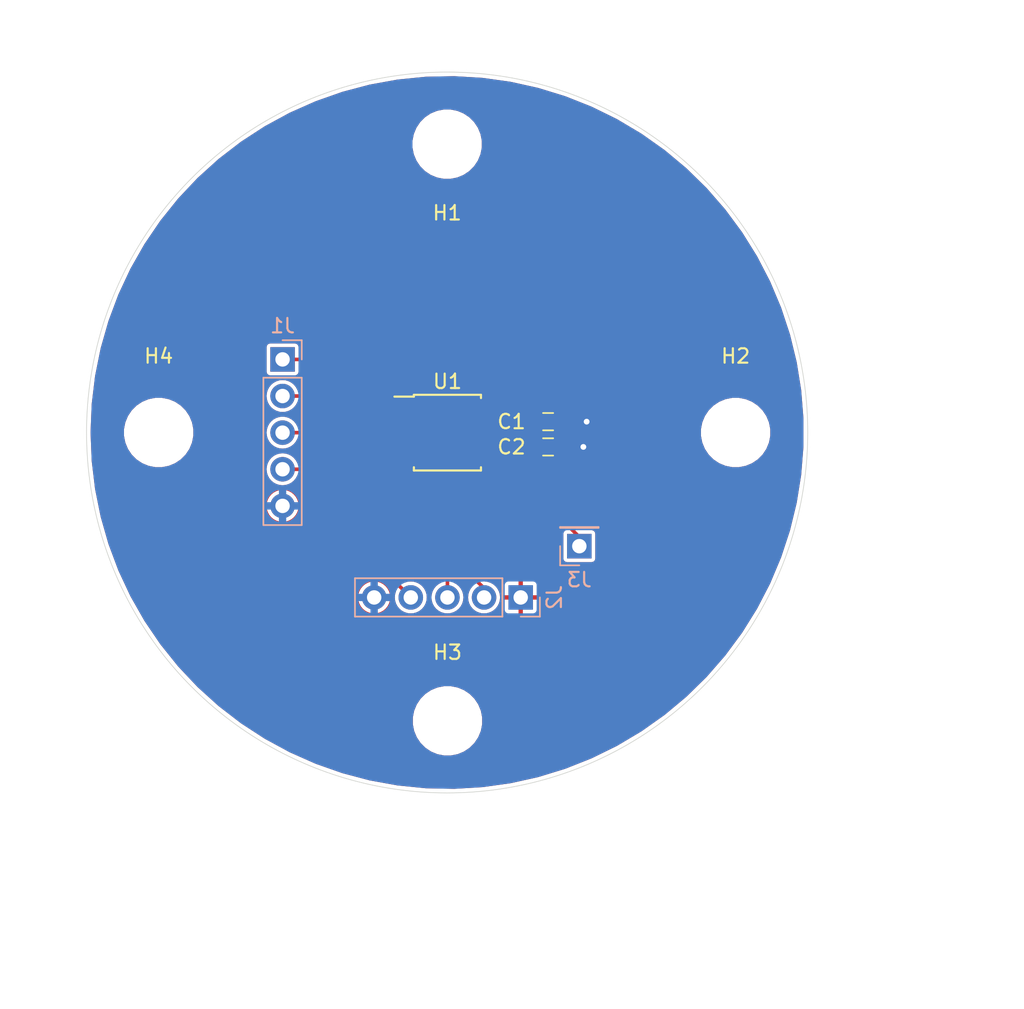
<source format=kicad_pcb>
(kicad_pcb (version 20171130) (host pcbnew "(5.1.4)-1")

  (general
    (thickness 1.6)
    (drawings 10)
    (tracks 52)
    (zones 0)
    (modules 10)
    (nets 12)
  )

  (page A4)
  (layers
    (0 F.Cu signal)
    (31 B.Cu signal)
    (32 B.Adhes user)
    (33 F.Adhes user)
    (34 B.Paste user)
    (35 F.Paste user)
    (36 B.SilkS user)
    (37 F.SilkS user)
    (38 B.Mask user)
    (39 F.Mask user)
    (40 Dwgs.User user)
    (41 Cmts.User user)
    (42 Eco1.User user)
    (43 Eco2.User user)
    (44 Edge.Cuts user)
    (45 Margin user)
    (46 B.CrtYd user)
    (47 F.CrtYd user)
    (48 B.Fab user hide)
    (49 F.Fab user hide)
  )

  (setup
    (last_trace_width 0.25)
    (trace_clearance 0.2)
    (zone_clearance 0.254)
    (zone_45_only no)
    (trace_min 0.2)
    (via_size 0.8)
    (via_drill 0.4)
    (via_min_size 0.4)
    (via_min_drill 0.3)
    (uvia_size 0.3)
    (uvia_drill 0.1)
    (uvias_allowed no)
    (uvia_min_size 0.2)
    (uvia_min_drill 0.1)
    (edge_width 0.05)
    (segment_width 0.2)
    (pcb_text_width 0.3)
    (pcb_text_size 1.5 1.5)
    (mod_edge_width 0.12)
    (mod_text_size 1 1)
    (mod_text_width 0.15)
    (pad_size 1.524 1.524)
    (pad_drill 0.762)
    (pad_to_mask_clearance 0.051)
    (solder_mask_min_width 0.25)
    (aux_axis_origin 0 0)
    (visible_elements FFFDFF7F)
    (pcbplotparams
      (layerselection 0x010fc_ffffffff)
      (usegerberextensions false)
      (usegerberattributes false)
      (usegerberadvancedattributes false)
      (creategerberjobfile false)
      (excludeedgelayer true)
      (linewidth 0.100000)
      (plotframeref false)
      (viasonmask false)
      (mode 1)
      (useauxorigin false)
      (hpglpennumber 1)
      (hpglpenspeed 20)
      (hpglpendiameter 15.000000)
      (psnegative false)
      (psa4output false)
      (plotreference true)
      (plotvalue true)
      (plotinvisibletext false)
      (padsonsilk false)
      (subtractmaskfromsilk false)
      (outputformat 1)
      (mirror false)
      (drillshape 0)
      (scaleselection 1)
      (outputdirectory ""))
  )

  (net 0 "")
  (net 1 GND)
  (net 2 "Net-(C1-Pad1)")
  (net 3 +5V)
  (net 4 "Net-(J1-Pad1)")
  (net 5 "Net-(J1-Pad2)")
  (net 6 "Net-(J1-Pad3)")
  (net 7 "Net-(J1-Pad4)")
  (net 8 "Net-(J2-Pad4)")
  (net 9 "Net-(J2-Pad3)")
  (net 10 "Net-(J2-Pad2)")
  (net 11 "Net-(J3-Pad1)")

  (net_class Default "Ceci est la Netclass par défaut."
    (clearance 0.2)
    (trace_width 0.25)
    (via_dia 0.8)
    (via_drill 0.4)
    (uvia_dia 0.3)
    (uvia_drill 0.1)
    (add_net +5V)
    (add_net GND)
    (add_net "Net-(C1-Pad1)")
    (add_net "Net-(J1-Pad1)")
    (add_net "Net-(J1-Pad2)")
    (add_net "Net-(J1-Pad3)")
    (add_net "Net-(J1-Pad4)")
    (add_net "Net-(J2-Pad2)")
    (add_net "Net-(J2-Pad3)")
    (add_net "Net-(J2-Pad4)")
    (add_net "Net-(J3-Pad1)")
  )

  (module Capacitors_SMD:C_0603_HandSoldering (layer F.Cu) (tedit 58AA848B) (tstamp 5E6356D1)
    (at 167 79.248)
    (descr "Capacitor SMD 0603, hand soldering")
    (tags "capacitor 0603")
    (path /5E6380C6)
    (attr smd)
    (fp_text reference C1 (at -2.54 0) (layer F.SilkS)
      (effects (font (size 1 1) (thickness 0.15)))
    )
    (fp_text value 1uF (at 0 1.5) (layer F.Fab)
      (effects (font (size 1 1) (thickness 0.15)))
    )
    (fp_line (start 1.8 0.65) (end -1.8 0.65) (layer F.CrtYd) (width 0.05))
    (fp_line (start 1.8 0.65) (end 1.8 -0.65) (layer F.CrtYd) (width 0.05))
    (fp_line (start -1.8 -0.65) (end -1.8 0.65) (layer F.CrtYd) (width 0.05))
    (fp_line (start -1.8 -0.65) (end 1.8 -0.65) (layer F.CrtYd) (width 0.05))
    (fp_line (start 0.35 0.6) (end -0.35 0.6) (layer F.SilkS) (width 0.12))
    (fp_line (start -0.35 -0.6) (end 0.35 -0.6) (layer F.SilkS) (width 0.12))
    (fp_line (start -0.8 -0.4) (end 0.8 -0.4) (layer F.Fab) (width 0.1))
    (fp_line (start 0.8 -0.4) (end 0.8 0.4) (layer F.Fab) (width 0.1))
    (fp_line (start 0.8 0.4) (end -0.8 0.4) (layer F.Fab) (width 0.1))
    (fp_line (start -0.8 0.4) (end -0.8 -0.4) (layer F.Fab) (width 0.1))
    (fp_text user %R (at 0 -1.25) (layer F.Fab)
      (effects (font (size 1 1) (thickness 0.15)))
    )
    (pad 2 smd rect (at 0.95 0) (size 1.2 0.75) (layers F.Cu F.Paste F.Mask)
      (net 1 GND))
    (pad 1 smd rect (at -0.95 0) (size 1.2 0.75) (layers F.Cu F.Paste F.Mask)
      (net 2 "Net-(C1-Pad1)"))
    (model Capacitors_SMD.3dshapes/C_0603.wrl
      (at (xyz 0 0 0))
      (scale (xyz 1 1 1))
      (rotate (xyz 0 0 0))
    )
  )

  (module Capacitors_SMD:C_0603_HandSoldering (layer F.Cu) (tedit 58AA848B) (tstamp 5E6356A1)
    (at 167 81)
    (descr "Capacitor SMD 0603, hand soldering")
    (tags "capacitor 0603")
    (path /5E641376)
    (attr smd)
    (fp_text reference C2 (at -2.54 0) (layer F.SilkS)
      (effects (font (size 1 1) (thickness 0.15)))
    )
    (fp_text value 100nF (at 0 1.5) (layer F.Fab)
      (effects (font (size 1 1) (thickness 0.15)))
    )
    (fp_text user %R (at 0 -1.25) (layer F.Fab)
      (effects (font (size 1 1) (thickness 0.15)))
    )
    (fp_line (start -0.8 0.4) (end -0.8 -0.4) (layer F.Fab) (width 0.1))
    (fp_line (start 0.8 0.4) (end -0.8 0.4) (layer F.Fab) (width 0.1))
    (fp_line (start 0.8 -0.4) (end 0.8 0.4) (layer F.Fab) (width 0.1))
    (fp_line (start -0.8 -0.4) (end 0.8 -0.4) (layer F.Fab) (width 0.1))
    (fp_line (start -0.35 -0.6) (end 0.35 -0.6) (layer F.SilkS) (width 0.12))
    (fp_line (start 0.35 0.6) (end -0.35 0.6) (layer F.SilkS) (width 0.12))
    (fp_line (start -1.8 -0.65) (end 1.8 -0.65) (layer F.CrtYd) (width 0.05))
    (fp_line (start -1.8 -0.65) (end -1.8 0.65) (layer F.CrtYd) (width 0.05))
    (fp_line (start 1.8 0.65) (end 1.8 -0.65) (layer F.CrtYd) (width 0.05))
    (fp_line (start 1.8 0.65) (end -1.8 0.65) (layer F.CrtYd) (width 0.05))
    (pad 1 smd rect (at -0.95 0) (size 1.2 0.75) (layers F.Cu F.Paste F.Mask)
      (net 3 +5V))
    (pad 2 smd rect (at 0.95 0) (size 1.2 0.75) (layers F.Cu F.Paste F.Mask)
      (net 1 GND))
    (model Capacitors_SMD.3dshapes/C_0603.wrl
      (at (xyz 0 0 0))
      (scale (xyz 1 1 1))
      (rotate (xyz 0 0 0))
    )
  )

  (module Mounting_Holes:MountingHole_4.3mm_M4 (layer F.Cu) (tedit 56D1B4CB) (tstamp 5E635683)
    (at 160 60)
    (descr "Mounting Hole 4.3mm, no annular, M4")
    (tags "mounting hole 4.3mm no annular m4")
    (path /5E64ED19)
    (attr virtual)
    (fp_text reference H1 (at 0 4.77) (layer F.SilkS)
      (effects (font (size 1 1) (thickness 0.15)))
    )
    (fp_text value MountingHole (at 0 5.3) (layer F.Fab)
      (effects (font (size 1 1) (thickness 0.15)))
    )
    (fp_circle (center 0 0) (end 4.55 0) (layer F.CrtYd) (width 0.05))
    (fp_circle (center 0 0) (end 4.3 0) (layer Cmts.User) (width 0.15))
    (fp_text user %R (at 0.3 0) (layer F.Fab)
      (effects (font (size 1 1) (thickness 0.15)))
    )
    (pad 1 np_thru_hole circle (at 0 0) (size 4.3 4.3) (drill 4.3) (layers *.Cu *.Mask))
  )

  (module Mounting_Holes:MountingHole_4.3mm_M4 (layer F.Cu) (tedit 56D1B4CB) (tstamp 5E6355D5)
    (at 180 80)
    (descr "Mounting Hole 4.3mm, no annular, M4")
    (tags "mounting hole 4.3mm no annular m4")
    (path /5E64F011)
    (attr virtual)
    (fp_text reference H2 (at 0 -5.3) (layer F.SilkS)
      (effects (font (size 1 1) (thickness 0.15)))
    )
    (fp_text value MountingHole (at 0 5.3) (layer F.Fab)
      (effects (font (size 1 1) (thickness 0.15)))
    )
    (fp_text user %R (at 0.3 0) (layer F.Fab)
      (effects (font (size 1 1) (thickness 0.15)))
    )
    (fp_circle (center 0 0) (end 4.3 0) (layer Cmts.User) (width 0.15))
    (fp_circle (center 0 0) (end 4.55 0) (layer F.CrtYd) (width 0.05))
    (pad 1 np_thru_hole circle (at 0 0) (size 4.3 4.3) (drill 4.3) (layers *.Cu *.Mask))
  )

  (module Mounting_Holes:MountingHole_4.3mm_M4 (layer F.Cu) (tedit 56D1B4CB) (tstamp 5E635506)
    (at 160.025001 100)
    (descr "Mounting Hole 4.3mm, no annular, M4")
    (tags "mounting hole 4.3mm no annular m4")
    (path /5E64F892)
    (attr virtual)
    (fp_text reference H3 (at -0.005001 -4.75) (layer F.SilkS)
      (effects (font (size 1 1) (thickness 0.15)))
    )
    (fp_text value MountingHole (at 0 5.3) (layer F.Fab)
      (effects (font (size 1 1) (thickness 0.15)))
    )
    (fp_circle (center 0 0) (end 4.55 0) (layer F.CrtYd) (width 0.05))
    (fp_circle (center 0 0) (end 4.3 0) (layer Cmts.User) (width 0.15))
    (fp_text user %R (at 0.3 0) (layer F.Fab)
      (effects (font (size 1 1) (thickness 0.15)))
    )
    (pad 1 np_thru_hole circle (at 0 0) (size 4.3 4.3) (drill 4.3) (layers *.Cu *.Mask))
  )

  (module Mounting_Holes:MountingHole_4.3mm_M4 (layer F.Cu) (tedit 56D1B4CB) (tstamp 5E635701)
    (at 140 80)
    (descr "Mounting Hole 4.3mm, no annular, M4")
    (tags "mounting hole 4.3mm no annular m4")
    (path /5E64F89C)
    (attr virtual)
    (fp_text reference H4 (at 0 -5.3) (layer F.SilkS)
      (effects (font (size 1 1) (thickness 0.15)))
    )
    (fp_text value MountingHole (at 0 5.3) (layer F.Fab)
      (effects (font (size 1 1) (thickness 0.15)))
    )
    (fp_text user %R (at 0.3 0) (layer F.Fab)
      (effects (font (size 1 1) (thickness 0.15)))
    )
    (fp_circle (center 0 0) (end 4.3 0) (layer Cmts.User) (width 0.15))
    (fp_circle (center 0 0) (end 4.55 0) (layer F.CrtYd) (width 0.05))
    (pad 1 np_thru_hole circle (at 0 0) (size 4.3 4.3) (drill 4.3) (layers *.Cu *.Mask))
  )

  (module Pin_Headers:Pin_Header_Straight_1x05_Pitch2.54mm (layer B.Cu) (tedit 59650532) (tstamp 5E63564C)
    (at 148.59 74.93 180)
    (descr "Through hole straight pin header, 1x05, 2.54mm pitch, single row")
    (tags "Through hole pin header THT 1x05 2.54mm single row")
    (path /5E64451F)
    (fp_text reference J1 (at 0 2.33) (layer B.SilkS)
      (effects (font (size 1 1) (thickness 0.15)) (justify mirror))
    )
    (fp_text value Conn_01x05 (at 0 -12.49) (layer B.Fab)
      (effects (font (size 1 1) (thickness 0.15)) (justify mirror))
    )
    (fp_line (start -0.635 1.27) (end 1.27 1.27) (layer B.Fab) (width 0.1))
    (fp_line (start 1.27 1.27) (end 1.27 -11.43) (layer B.Fab) (width 0.1))
    (fp_line (start 1.27 -11.43) (end -1.27 -11.43) (layer B.Fab) (width 0.1))
    (fp_line (start -1.27 -11.43) (end -1.27 0.635) (layer B.Fab) (width 0.1))
    (fp_line (start -1.27 0.635) (end -0.635 1.27) (layer B.Fab) (width 0.1))
    (fp_line (start -1.33 -11.49) (end 1.33 -11.49) (layer B.SilkS) (width 0.12))
    (fp_line (start -1.33 -1.27) (end -1.33 -11.49) (layer B.SilkS) (width 0.12))
    (fp_line (start 1.33 -1.27) (end 1.33 -11.49) (layer B.SilkS) (width 0.12))
    (fp_line (start -1.33 -1.27) (end 1.33 -1.27) (layer B.SilkS) (width 0.12))
    (fp_line (start -1.33 0) (end -1.33 1.33) (layer B.SilkS) (width 0.12))
    (fp_line (start -1.33 1.33) (end 0 1.33) (layer B.SilkS) (width 0.12))
    (fp_line (start -1.8 1.8) (end -1.8 -11.95) (layer B.CrtYd) (width 0.05))
    (fp_line (start -1.8 -11.95) (end 1.8 -11.95) (layer B.CrtYd) (width 0.05))
    (fp_line (start 1.8 -11.95) (end 1.8 1.8) (layer B.CrtYd) (width 0.05))
    (fp_line (start 1.8 1.8) (end -1.8 1.8) (layer B.CrtYd) (width 0.05))
    (fp_text user %R (at 0 -5.08 270) (layer B.Fab)
      (effects (font (size 1 1) (thickness 0.15)) (justify mirror))
    )
    (pad 1 thru_hole rect (at 0 0 180) (size 1.7 1.7) (drill 1) (layers *.Cu *.Mask)
      (net 4 "Net-(J1-Pad1)"))
    (pad 2 thru_hole oval (at 0 -2.54 180) (size 1.7 1.7) (drill 1) (layers *.Cu *.Mask)
      (net 5 "Net-(J1-Pad2)"))
    (pad 3 thru_hole oval (at 0 -5.08 180) (size 1.7 1.7) (drill 1) (layers *.Cu *.Mask)
      (net 6 "Net-(J1-Pad3)"))
    (pad 4 thru_hole oval (at 0 -7.62 180) (size 1.7 1.7) (drill 1) (layers *.Cu *.Mask)
      (net 7 "Net-(J1-Pad4)"))
    (pad 5 thru_hole oval (at 0 -10.16 180) (size 1.7 1.7) (drill 1) (layers *.Cu *.Mask)
      (net 1 GND))
    (model ${KISYS3DMOD}/Pin_Headers.3dshapes/Pin_Header_Straight_1x05_Pitch2.54mm.wrl
      (at (xyz 0 0 0))
      (scale (xyz 1 1 1))
      (rotate (xyz 0 0 0))
    )
  )

  (module Pin_Headers:Pin_Header_Straight_1x05_Pitch2.54mm (layer B.Cu) (tedit 59650532) (tstamp 5E63559E)
    (at 165.1 91.44 90)
    (descr "Through hole straight pin header, 1x05, 2.54mm pitch, single row")
    (tags "Through hole pin header THT 1x05 2.54mm single row")
    (path /5E63AC26)
    (fp_text reference J2 (at 0 2.33 270) (layer B.SilkS)
      (effects (font (size 1 1) (thickness 0.15)) (justify mirror))
    )
    (fp_text value Conn_01x05 (at 0 -12.49 270) (layer B.Fab)
      (effects (font (size 1 1) (thickness 0.15)) (justify mirror))
    )
    (fp_text user %R (at 0 -5.08) (layer B.Fab)
      (effects (font (size 1 1) (thickness 0.15)) (justify mirror))
    )
    (fp_line (start 1.8 1.8) (end -1.8 1.8) (layer B.CrtYd) (width 0.05))
    (fp_line (start 1.8 -11.95) (end 1.8 1.8) (layer B.CrtYd) (width 0.05))
    (fp_line (start -1.8 -11.95) (end 1.8 -11.95) (layer B.CrtYd) (width 0.05))
    (fp_line (start -1.8 1.8) (end -1.8 -11.95) (layer B.CrtYd) (width 0.05))
    (fp_line (start -1.33 1.33) (end 0 1.33) (layer B.SilkS) (width 0.12))
    (fp_line (start -1.33 0) (end -1.33 1.33) (layer B.SilkS) (width 0.12))
    (fp_line (start -1.33 -1.27) (end 1.33 -1.27) (layer B.SilkS) (width 0.12))
    (fp_line (start 1.33 -1.27) (end 1.33 -11.49) (layer B.SilkS) (width 0.12))
    (fp_line (start -1.33 -1.27) (end -1.33 -11.49) (layer B.SilkS) (width 0.12))
    (fp_line (start -1.33 -11.49) (end 1.33 -11.49) (layer B.SilkS) (width 0.12))
    (fp_line (start -1.27 0.635) (end -0.635 1.27) (layer B.Fab) (width 0.1))
    (fp_line (start -1.27 -11.43) (end -1.27 0.635) (layer B.Fab) (width 0.1))
    (fp_line (start 1.27 -11.43) (end -1.27 -11.43) (layer B.Fab) (width 0.1))
    (fp_line (start 1.27 1.27) (end 1.27 -11.43) (layer B.Fab) (width 0.1))
    (fp_line (start -0.635 1.27) (end 1.27 1.27) (layer B.Fab) (width 0.1))
    (pad 5 thru_hole oval (at 0 -10.16 90) (size 1.7 1.7) (drill 1) (layers *.Cu *.Mask)
      (net 1 GND))
    (pad 4 thru_hole oval (at 0 -7.62 90) (size 1.7 1.7) (drill 1) (layers *.Cu *.Mask)
      (net 8 "Net-(J2-Pad4)"))
    (pad 3 thru_hole oval (at 0 -5.08 90) (size 1.7 1.7) (drill 1) (layers *.Cu *.Mask)
      (net 9 "Net-(J2-Pad3)"))
    (pad 2 thru_hole oval (at 0 -2.54 90) (size 1.7 1.7) (drill 1) (layers *.Cu *.Mask)
      (net 10 "Net-(J2-Pad2)"))
    (pad 1 thru_hole rect (at 0 0 90) (size 1.7 1.7) (drill 1) (layers *.Cu *.Mask)
      (net 3 +5V))
    (model ${KISYS3DMOD}/Pin_Headers.3dshapes/Pin_Header_Straight_1x05_Pitch2.54mm.wrl
      (at (xyz 0 0 0))
      (scale (xyz 1 1 1))
      (rotate (xyz 0 0 0))
    )
  )

  (module Pin_Headers:Pin_Header_Straight_1x01_Pitch2.54mm (layer B.Cu) (tedit 59650532) (tstamp 5E6355F7)
    (at 169.164 87.884)
    (descr "Through hole straight pin header, 1x01, 2.54mm pitch, single row")
    (tags "Through hole pin header THT 1x01 2.54mm single row")
    (path /5E646FE7)
    (fp_text reference J3 (at 0 2.33) (layer B.SilkS)
      (effects (font (size 1 1) (thickness 0.15)) (justify mirror))
    )
    (fp_text value Conn_01x01 (at 0 -2.33) (layer B.Fab)
      (effects (font (size 1 1) (thickness 0.15)) (justify mirror))
    )
    (fp_text user %R (at 0 0 -90) (layer B.Fab)
      (effects (font (size 1 1) (thickness 0.15)) (justify mirror))
    )
    (fp_line (start 1.8 1.8) (end -1.8 1.8) (layer B.CrtYd) (width 0.05))
    (fp_line (start 1.8 -1.8) (end 1.8 1.8) (layer B.CrtYd) (width 0.05))
    (fp_line (start -1.8 -1.8) (end 1.8 -1.8) (layer B.CrtYd) (width 0.05))
    (fp_line (start -1.8 1.8) (end -1.8 -1.8) (layer B.CrtYd) (width 0.05))
    (fp_line (start -1.33 1.33) (end 0 1.33) (layer B.SilkS) (width 0.12))
    (fp_line (start -1.33 0) (end -1.33 1.33) (layer B.SilkS) (width 0.12))
    (fp_line (start -1.33 -1.27) (end 1.33 -1.27) (layer B.SilkS) (width 0.12))
    (fp_line (start 1.33 -1.27) (end 1.33 -1.33) (layer B.SilkS) (width 0.12))
    (fp_line (start -1.33 -1.27) (end -1.33 -1.33) (layer B.SilkS) (width 0.12))
    (fp_line (start -1.33 -1.33) (end 1.33 -1.33) (layer B.SilkS) (width 0.12))
    (fp_line (start -1.27 0.635) (end -0.635 1.27) (layer B.Fab) (width 0.1))
    (fp_line (start -1.27 -1.27) (end -1.27 0.635) (layer B.Fab) (width 0.1))
    (fp_line (start 1.27 -1.27) (end -1.27 -1.27) (layer B.Fab) (width 0.1))
    (fp_line (start 1.27 1.27) (end 1.27 -1.27) (layer B.Fab) (width 0.1))
    (fp_line (start -0.635 1.27) (end 1.27 1.27) (layer B.Fab) (width 0.1))
    (pad 1 thru_hole rect (at 0 0) (size 1.7 1.7) (drill 1) (layers *.Cu *.Mask)
      (net 11 "Net-(J3-Pad1)"))
    (model ${KISYS3DMOD}/Pin_Headers.3dshapes/Pin_Header_Straight_1x01_Pitch2.54mm.wrl
      (at (xyz 0 0 0))
      (scale (xyz 1 1 1))
      (rotate (xyz 0 0 0))
    )
  )

  (module Housings_SSOP:TSSOP-14-1EP_4.4x5mm_Pitch0.65mm (layer F.Cu) (tedit 59E1E36E) (tstamp 5E63553A)
    (at 160.02 80.01)
    (descr "14-Lead Plastic Thin Shrink Small Outline (ST)-4.4 mm Body [TSSOP] with exposed pad (http://cds.linear.com/docs/en/datasheet/34301fa.pdf)")
    (tags "SSOP 0.65 exposed pad")
    (path /5E6378E2)
    (attr smd)
    (fp_text reference U1 (at 0 -3.55) (layer F.SilkS)
      (effects (font (size 1 1) (thickness 0.15)))
    )
    (fp_text value AS5047D (at 0 3.55) (layer F.Fab)
      (effects (font (size 1 1) (thickness 0.15)))
    )
    (fp_text user %R (at 0 0) (layer F.Fab)
      (effects (font (size 0.8 0.8) (thickness 0.15)))
    )
    (fp_line (start -2.325 -2.5) (end -3.675 -2.5) (layer F.SilkS) (width 0.15))
    (fp_line (start -2.325 2.625) (end 2.325 2.625) (layer F.SilkS) (width 0.15))
    (fp_line (start -2.325 -2.625) (end 2.325 -2.625) (layer F.SilkS) (width 0.15))
    (fp_line (start -2.325 2.625) (end -2.325 2.4) (layer F.SilkS) (width 0.15))
    (fp_line (start 2.325 2.625) (end 2.325 2.4) (layer F.SilkS) (width 0.15))
    (fp_line (start 2.325 -2.625) (end 2.325 -2.4) (layer F.SilkS) (width 0.15))
    (fp_line (start -2.325 -2.625) (end -2.325 -2.5) (layer F.SilkS) (width 0.15))
    (fp_line (start -3.95 2.8) (end 3.95 2.8) (layer F.CrtYd) (width 0.05))
    (fp_line (start -3.95 -2.8) (end 3.95 -2.8) (layer F.CrtYd) (width 0.05))
    (fp_line (start 3.95 -2.8) (end 3.95 2.8) (layer F.CrtYd) (width 0.05))
    (fp_line (start -3.95 -2.8) (end -3.95 2.8) (layer F.CrtYd) (width 0.05))
    (fp_line (start -2.2 -1.5) (end -1.2 -2.5) (layer F.Fab) (width 0.15))
    (fp_line (start -2.2 2.5) (end -2.2 -1.5) (layer F.Fab) (width 0.15))
    (fp_line (start 2.2 2.5) (end -2.2 2.5) (layer F.Fab) (width 0.15))
    (fp_line (start 2.2 -2.5) (end 2.2 2.5) (layer F.Fab) (width 0.15))
    (fp_line (start -1.2 -2.5) (end 2.2 -2.5) (layer F.Fab) (width 0.15))
    (pad 15 smd rect (at -0.75 -0.9) (size 1.5 1.8) (layers F.Cu F.Paste F.Mask)
      (solder_paste_margin -0.2))
    (pad 14 smd rect (at 2.95 -1.95) (size 1.45 0.45) (layers F.Cu F.Paste F.Mask)
      (net 8 "Net-(J2-Pad4)"))
    (pad 13 smd rect (at 2.95 -1.3) (size 1.45 0.45) (layers F.Cu F.Paste F.Mask)
      (net 1 GND))
    (pad 12 smd rect (at 2.95 -0.65) (size 1.45 0.45) (layers F.Cu F.Paste F.Mask)
      (net 2 "Net-(C1-Pad1)"))
    (pad 11 smd rect (at 2.95 0) (size 1.45 0.45) (layers F.Cu F.Paste F.Mask)
      (net 3 +5V))
    (pad 10 smd rect (at 2.95 0.65) (size 1.45 0.45) (layers F.Cu F.Paste F.Mask))
    (pad 9 smd rect (at 2.95 1.3) (size 1.45 0.45) (layers F.Cu F.Paste F.Mask))
    (pad 8 smd rect (at 2.95 1.95) (size 1.45 0.45) (layers F.Cu F.Paste F.Mask)
      (net 11 "Net-(J3-Pad1)"))
    (pad 7 smd rect (at -2.95 1.95) (size 1.45 0.45) (layers F.Cu F.Paste F.Mask)
      (net 10 "Net-(J2-Pad2)"))
    (pad 6 smd rect (at -2.95 1.3) (size 1.45 0.45) (layers F.Cu F.Paste F.Mask)
      (net 9 "Net-(J2-Pad3)"))
    (pad 5 smd rect (at -2.95 0.65) (size 1.45 0.45) (layers F.Cu F.Paste F.Mask))
    (pad 4 smd rect (at -2.95 0) (size 1.45 0.45) (layers F.Cu F.Paste F.Mask)
      (net 7 "Net-(J1-Pad4)"))
    (pad 3 smd rect (at -2.95 -0.65) (size 1.45 0.45) (layers F.Cu F.Paste F.Mask)
      (net 6 "Net-(J1-Pad3)"))
    (pad 2 smd rect (at -2.95 -1.3) (size 1.45 0.45) (layers F.Cu F.Paste F.Mask)
      (net 5 "Net-(J1-Pad2)"))
    (pad 1 smd rect (at -2.95 -1.95) (size 1.45 0.45) (layers F.Cu F.Paste F.Mask)
      (net 4 "Net-(J1-Pad1)"))
    (pad 15 smd rect (at 0.75 -0.9) (size 1.5 1.8) (layers F.Cu F.Paste F.Mask)
      (solder_paste_margin -0.2))
    (pad 15 smd rect (at 0.75 0.9) (size 1.5 1.8) (layers F.Cu F.Paste F.Mask)
      (solder_paste_margin -0.2))
    (pad 15 smd rect (at -0.75 0.9) (size 1.5 1.8) (layers F.Cu F.Paste F.Mask)
      (solder_paste_margin -0.2))
    (model ${KISYS3DMOD}/Housings_SSOP.3dshapes/TSSOP-14-1EP_4.4x5mm_Pitch0.65mm.wrl
      (at (xyz 0 0 0))
      (scale (xyz 1 1 1))
      (rotate (xyz 0 0 0))
    )
  )

  (gr_line (start 160 65) (end 160 95) (layer Dwgs.User) (width 0.15) (tstamp 5E635730))
  (gr_line (start 145 80) (end 175 80) (layer Dwgs.User) (width 0.15) (tstamp 5E63572F))
  (gr_circle (center 160 80) (end 175 80) (layer Dwgs.User) (width 0.15))
  (gr_circle (center 160 80) (end 185 80) (layer Edge.Cuts) (width 0.05))
  (gr_circle (center 160 60) (end 160 61) (layer Dwgs.User) (width 0.15))
  (gr_circle (center 160 100) (end 160 101) (layer Dwgs.User) (width 0.15))
  (gr_circle (center 140 80) (end 141 80) (layer Dwgs.User) (width 0.15))
  (gr_circle (center 180 80) (end 181 80) (layer Dwgs.User) (width 0.15))
  (gr_circle (center 160 80) (end 180 80) (layer Dwgs.User) (width 0.15))
  (dimension 40 (width 0.15) (layer Dwgs.User)
    (gr_text "40,000 mm" (at 160 107.3) (layer Dwgs.User)
      (effects (font (size 1 1) (thickness 0.15)))
    )
    (feature1 (pts (xy 180 80) (xy 180 106.586421)))
    (feature2 (pts (xy 140 80) (xy 140 106.586421)))
    (crossbar (pts (xy 140 106) (xy 180 106)))
    (arrow1a (pts (xy 180 106) (xy 178.873496 106.586421)))
    (arrow1b (pts (xy 180 106) (xy 178.873496 105.413579)))
    (arrow2a (pts (xy 140 106) (xy 141.126504 106.586421)))
    (arrow2b (pts (xy 140 106) (xy 141.126504 105.413579)))
  )

  (via (at 169.671996 79.248004) (size 0.8) (drill 0.4) (layers F.Cu B.Cu) (net 1))
  (segment (start 169.671992 79.248) (end 169.671996 79.248004) (width 0.25) (layer F.Cu) (net 1))
  (segment (start 167.95 79.248) (end 169.671992 79.248) (width 0.25) (layer F.Cu) (net 1))
  (segment (start 166.934 78.232) (end 167.95 79.248) (width 0.25) (layer F.Cu) (net 1))
  (segment (start 165.257998 78.232) (end 166.934 78.232) (width 0.25) (layer F.Cu) (net 1))
  (segment (start 162.97 78.71) (end 164.779998 78.71) (width 0.25) (layer F.Cu) (net 1))
  (segment (start 164.779998 78.71) (end 165.257998 78.232) (width 0.25) (layer F.Cu) (net 1))
  (via (at 169.443986 81) (size 0.8) (drill 0.4) (layers F.Cu B.Cu) (net 1))
  (segment (start 167.95 81) (end 169.443986 81) (width 0.25) (layer F.Cu) (net 1))
  (segment (start 165.802 79.248) (end 166.05 79) (width 0.25) (layer F.Cu) (net 2))
  (segment (start 165.608 79.248) (end 165.802 79.248) (width 0.25) (layer F.Cu) (net 2))
  (segment (start 162.97 79.36) (end 165.496 79.36) (width 0.25) (layer F.Cu) (net 2))
  (segment (start 165.496 79.36) (end 165.608 79.248) (width 0.25) (layer F.Cu) (net 2))
  (segment (start 151.13 74.93) (end 148.59 74.93) (width 0.25) (layer F.Cu) (net 4))
  (segment (start 157.07 78.06) (end 154.26 78.06) (width 0.25) (layer F.Cu) (net 4))
  (segment (start 154.26 78.06) (end 151.13 74.93) (width 0.25) (layer F.Cu) (net 4))
  (segment (start 150.622 77.47) (end 148.59 77.47) (width 0.25) (layer F.Cu) (net 5))
  (segment (start 157.07 78.71) (end 151.862 78.71) (width 0.25) (layer F.Cu) (net 5))
  (segment (start 151.862 78.71) (end 150.622 77.47) (width 0.25) (layer F.Cu) (net 5))
  (segment (start 151.13 80.01) (end 148.59 80.01) (width 0.25) (layer F.Cu) (net 6))
  (segment (start 157.07 79.36) (end 151.78 79.36) (width 0.25) (layer F.Cu) (net 6))
  (segment (start 151.78 79.36) (end 151.13 80.01) (width 0.25) (layer F.Cu) (net 6))
  (segment (start 153.657499 80.01) (end 157.07 80.01) (width 0.25) (layer F.Cu) (net 7))
  (segment (start 148.59 82.55) (end 151.117499 82.55) (width 0.25) (layer F.Cu) (net 7))
  (segment (start 151.117499 82.55) (end 153.657499 80.01) (width 0.25) (layer F.Cu) (net 7))
  (segment (start 154.94 88.9) (end 157.48 91.44) (width 0.25) (layer F.Cu) (net 8))
  (segment (start 149.225 88.9) (end 154.94 88.9) (width 0.25) (layer F.Cu) (net 8))
  (segment (start 146.05 85.725) (end 149.225 88.9) (width 0.25) (layer F.Cu) (net 8))
  (segment (start 146.05 73.66) (end 146.05 85.725) (width 0.25) (layer F.Cu) (net 8))
  (segment (start 163.875 78.06) (end 164.465 77.47) (width 0.25) (layer F.Cu) (net 8))
  (segment (start 162.97 78.06) (end 163.875 78.06) (width 0.25) (layer F.Cu) (net 8))
  (segment (start 164.465 76.2) (end 160.655 72.39) (width 0.25) (layer F.Cu) (net 8))
  (segment (start 160.655 72.39) (end 147.32 72.39) (width 0.25) (layer F.Cu) (net 8))
  (segment (start 164.465 77.47) (end 164.465 76.2) (width 0.25) (layer F.Cu) (net 8))
  (segment (start 147.32 72.39) (end 146.05 73.66) (width 0.25) (layer F.Cu) (net 8))
  (segment (start 160.02 90.17) (end 160.02 91.44) (width 0.25) (layer F.Cu) (net 9))
  (segment (start 154.27359 81.31) (end 152.4 83.18359) (width 0.25) (layer F.Cu) (net 9))
  (segment (start 157.07 81.31) (end 154.27359 81.31) (width 0.25) (layer F.Cu) (net 9))
  (segment (start 152.4 83.18359) (end 152.4 85.725) (width 0.25) (layer F.Cu) (net 9))
  (segment (start 152.4 85.725) (end 154.305 87.63) (width 0.25) (layer F.Cu) (net 9))
  (segment (start 154.305 87.63) (end 157.48 87.63) (width 0.25) (layer F.Cu) (net 9))
  (segment (start 157.48 87.63) (end 160.02 90.17) (width 0.25) (layer F.Cu) (net 9))
  (segment (start 162.56 90.805) (end 158.115 86.36) (width 0.25) (layer F.Cu) (net 10))
  (segment (start 155.53 81.96) (end 157.07 81.96) (width 0.25) (layer F.Cu) (net 10))
  (segment (start 162.56 91.44) (end 162.56 90.805) (width 0.25) (layer F.Cu) (net 10))
  (segment (start 158.115 86.36) (end 154.94 86.36) (width 0.25) (layer F.Cu) (net 10))
  (segment (start 154.94 86.36) (end 153.67 85.09) (width 0.25) (layer F.Cu) (net 10))
  (segment (start 153.67 85.09) (end 153.67 83.82) (width 0.25) (layer F.Cu) (net 10))
  (segment (start 153.67 83.82) (end 155.53 81.96) (width 0.25) (layer F.Cu) (net 10))
  (segment (start 169.164 87.249) (end 169.164 87.884) (width 0.25) (layer F.Cu) (net 11))
  (segment (start 162.97 81.96) (end 163.875 81.96) (width 0.25) (layer F.Cu) (net 11))
  (segment (start 163.875 81.96) (end 169.164 87.249) (width 0.25) (layer F.Cu) (net 11))

  (zone (net 3) (net_name +5V) (layer F.Cu) (tstamp 5E635DE6) (hatch edge 0.508)
    (connect_pads (clearance 0.254))
    (min_thickness 0.254)
    (fill yes (arc_segments 32) (thermal_gap 0.3) (thermal_bridge_width 0.3))
    (polygon
      (pts
        (xy 130 50) (xy 200 50) (xy 200 120) (xy 130 120)
      )
    )
    (filled_polygon
      (pts
        (xy 162.441048 55.527441) (xy 164.37768 55.798745) (xy 166.286635 56.223056) (xy 168.155845 56.797693) (xy 169.97349 57.519023)
        (xy 171.728079 58.382484) (xy 173.40852 59.382618) (xy 175.004188 60.513102) (xy 176.504995 61.766789) (xy 177.901451 63.135752)
        (xy 179.184729 64.611336) (xy 180.346715 66.184212) (xy 181.380063 67.844435) (xy 182.278239 69.581511) (xy 183.035564 71.384455)
        (xy 183.647252 73.24187) (xy 184.109433 75.142011) (xy 184.419188 77.072867) (xy 184.574556 79.022228) (xy 184.574556 80.977772)
        (xy 184.419188 82.927133) (xy 184.109433 84.857989) (xy 183.647252 86.75813) (xy 183.035564 88.615545) (xy 182.278239 90.418489)
        (xy 181.380063 92.155565) (xy 180.346715 93.815788) (xy 179.184729 95.388664) (xy 177.901451 96.864248) (xy 176.504995 98.233211)
        (xy 175.004188 99.486898) (xy 173.40852 100.617382) (xy 171.728079 101.617516) (xy 169.97349 102.480977) (xy 168.155845 103.202307)
        (xy 166.286635 103.776944) (xy 164.37768 104.201255) (xy 162.441048 104.472559) (xy 160.488983 104.589138) (xy 158.533826 104.550258)
        (xy 156.587938 104.356163) (xy 154.663623 104.00808) (xy 152.773046 103.508211) (xy 150.928161 102.859715) (xy 149.14063 102.066693)
        (xy 147.421756 101.134157) (xy 145.782405 100.068005) (xy 145.370325 99.750718) (xy 157.494001 99.750718) (xy 157.494001 100.249282)
        (xy 157.591266 100.738265) (xy 157.782058 101.198878) (xy 158.059045 101.613418) (xy 158.411583 101.965956) (xy 158.826123 102.242943)
        (xy 159.286736 102.433735) (xy 159.775719 102.531) (xy 160.274283 102.531) (xy 160.763266 102.433735) (xy 161.223879 102.242943)
        (xy 161.638419 101.965956) (xy 161.990957 101.613418) (xy 162.267944 101.198878) (xy 162.458736 100.738265) (xy 162.556001 100.249282)
        (xy 162.556001 99.750718) (xy 162.458736 99.261735) (xy 162.267944 98.801122) (xy 161.990957 98.386582) (xy 161.638419 98.034044)
        (xy 161.223879 97.757057) (xy 160.763266 97.566265) (xy 160.274283 97.469) (xy 159.775719 97.469) (xy 159.286736 97.566265)
        (xy 158.826123 97.757057) (xy 158.411583 98.034044) (xy 158.059045 98.386582) (xy 157.782058 98.801122) (xy 157.591266 99.261735)
        (xy 157.494001 99.750718) (xy 145.370325 99.750718) (xy 144.232943 98.874977) (xy 142.783165 97.562615) (xy 141.442238 96.139216)
        (xy 140.218638 94.61378) (xy 139.120103 92.995951) (xy 138.235472 91.44) (xy 153.703044 91.44) (xy 153.726812 91.681318)
        (xy 153.797202 91.913363) (xy 153.911509 92.127216) (xy 154.06534 92.31466) (xy 154.252784 92.468491) (xy 154.466637 92.582798)
        (xy 154.698682 92.653188) (xy 154.879528 92.671) (xy 155.000472 92.671) (xy 155.181318 92.653188) (xy 155.413363 92.582798)
        (xy 155.627216 92.468491) (xy 155.81466 92.31466) (xy 155.968491 92.127216) (xy 156.082798 91.913363) (xy 156.153188 91.681318)
        (xy 156.176956 91.44) (xy 156.153188 91.198682) (xy 156.082798 90.966637) (xy 155.968491 90.752784) (xy 155.81466 90.56534)
        (xy 155.627216 90.411509) (xy 155.413363 90.297202) (xy 155.181318 90.226812) (xy 155.000472 90.209) (xy 154.879528 90.209)
        (xy 154.698682 90.226812) (xy 154.466637 90.297202) (xy 154.252784 90.411509) (xy 154.06534 90.56534) (xy 153.911509 90.752784)
        (xy 153.797202 90.966637) (xy 153.726812 91.198682) (xy 153.703044 91.44) (xy 138.235472 91.44) (xy 138.153577 91.295958)
        (xy 137.325172 89.524547) (xy 136.640124 87.69292) (xy 136.102764 85.812655) (xy 135.716491 83.895641) (xy 135.483746 81.953997)
        (xy 135.406 80) (xy 135.415918 79.750718) (xy 137.469 79.750718) (xy 137.469 80.249282) (xy 137.566265 80.738265)
        (xy 137.757057 81.198878) (xy 138.034044 81.613418) (xy 138.386582 81.965956) (xy 138.801122 82.242943) (xy 139.261735 82.433735)
        (xy 139.750718 82.531) (xy 140.249282 82.531) (xy 140.738265 82.433735) (xy 141.198878 82.242943) (xy 141.613418 81.965956)
        (xy 141.965956 81.613418) (xy 142.242943 81.198878) (xy 142.433735 80.738265) (xy 142.531 80.249282) (xy 142.531 79.750718)
        (xy 142.433735 79.261735) (xy 142.242943 78.801122) (xy 141.965956 78.386582) (xy 141.613418 78.034044) (xy 141.198878 77.757057)
        (xy 140.738265 77.566265) (xy 140.249282 77.469) (xy 139.750718 77.469) (xy 139.261735 77.566265) (xy 138.801122 77.757057)
        (xy 138.386582 78.034044) (xy 138.034044 78.386582) (xy 137.757057 78.801122) (xy 137.566265 79.261735) (xy 137.469 79.750718)
        (xy 135.415918 79.750718) (xy 135.483746 78.046003) (xy 135.716491 76.104359) (xy 136.102764 74.187345) (xy 136.253473 73.66)
        (xy 145.541553 73.66) (xy 145.544 73.684846) (xy 145.544001 85.700144) (xy 145.541553 85.725) (xy 145.551322 85.824192)
        (xy 145.580255 85.919574) (xy 145.589699 85.937242) (xy 145.627242 86.007479) (xy 145.690474 86.084527) (xy 145.709781 86.100372)
        (xy 148.849628 89.24022) (xy 148.865473 89.259527) (xy 148.942521 89.322759) (xy 149.030425 89.369745) (xy 149.125807 89.398678)
        (xy 149.200146 89.406) (xy 149.200153 89.406) (xy 149.224999 89.408447) (xy 149.249845 89.406) (xy 154.730409 89.406)
        (xy 156.326459 91.002051) (xy 156.266812 91.198682) (xy 156.243044 91.44) (xy 156.266812 91.681318) (xy 156.337202 91.913363)
        (xy 156.451509 92.127216) (xy 156.60534 92.31466) (xy 156.792784 92.468491) (xy 157.006637 92.582798) (xy 157.238682 92.653188)
        (xy 157.419528 92.671) (xy 157.540472 92.671) (xy 157.721318 92.653188) (xy 157.953363 92.582798) (xy 158.167216 92.468491)
        (xy 158.35466 92.31466) (xy 158.508491 92.127216) (xy 158.622798 91.913363) (xy 158.693188 91.681318) (xy 158.716956 91.44)
        (xy 158.693188 91.198682) (xy 158.622798 90.966637) (xy 158.508491 90.752784) (xy 158.35466 90.56534) (xy 158.167216 90.411509)
        (xy 157.953363 90.297202) (xy 157.721318 90.226812) (xy 157.540472 90.209) (xy 157.419528 90.209) (xy 157.238682 90.226812)
        (xy 157.042051 90.286459) (xy 155.315376 88.559785) (xy 155.299527 88.540473) (xy 155.222479 88.477241) (xy 155.134575 88.430255)
        (xy 155.039193 88.401322) (xy 154.964854 88.394) (xy 154.964846 88.394) (xy 154.94 88.391553) (xy 154.915154 88.394)
        (xy 149.434592 88.394) (xy 146.556 85.515409) (xy 146.556 85.09) (xy 147.353044 85.09) (xy 147.376812 85.331318)
        (xy 147.447202 85.563363) (xy 147.561509 85.777216) (xy 147.71534 85.96466) (xy 147.902784 86.118491) (xy 148.116637 86.232798)
        (xy 148.348682 86.303188) (xy 148.529528 86.321) (xy 148.650472 86.321) (xy 148.831318 86.303188) (xy 149.063363 86.232798)
        (xy 149.277216 86.118491) (xy 149.46466 85.96466) (xy 149.618491 85.777216) (xy 149.732798 85.563363) (xy 149.803188 85.331318)
        (xy 149.826956 85.09) (xy 149.803188 84.848682) (xy 149.732798 84.616637) (xy 149.618491 84.402784) (xy 149.46466 84.21534)
        (xy 149.277216 84.061509) (xy 149.063363 83.947202) (xy 148.831318 83.876812) (xy 148.650472 83.859) (xy 148.529528 83.859)
        (xy 148.348682 83.876812) (xy 148.116637 83.947202) (xy 147.902784 84.061509) (xy 147.71534 84.21534) (xy 147.561509 84.402784)
        (xy 147.447202 84.616637) (xy 147.376812 84.848682) (xy 147.353044 85.09) (xy 146.556 85.09) (xy 146.556 73.869591)
        (xy 147.529592 72.896) (xy 160.445409 72.896) (xy 163.959001 76.409593) (xy 163.959 77.260408) (xy 163.760774 77.458635)
        (xy 163.695 77.452157) (xy 162.245 77.452157) (xy 162.170311 77.459513) (xy 162.098492 77.481299) (xy 162.032304 77.516678)
        (xy 161.974289 77.564289) (xy 161.926678 77.622304) (xy 161.891299 77.688492) (xy 161.869513 77.760311) (xy 161.862157 77.835)
        (xy 161.862157 78.041895) (xy 161.838322 77.997304) (xy 161.790711 77.939289) (xy 161.732696 77.891678) (xy 161.666508 77.856299)
        (xy 161.594689 77.834513) (xy 161.52 77.827157) (xy 158.52 77.827157) (xy 158.445311 77.834513) (xy 158.373492 77.856299)
        (xy 158.307304 77.891678) (xy 158.249289 77.939289) (xy 158.201678 77.997304) (xy 158.177843 78.041895) (xy 158.177843 77.835)
        (xy 158.170487 77.760311) (xy 158.148701 77.688492) (xy 158.113322 77.622304) (xy 158.065711 77.564289) (xy 158.007696 77.516678)
        (xy 157.941508 77.481299) (xy 157.869689 77.459513) (xy 157.795 77.452157) (xy 156.345 77.452157) (xy 156.270311 77.459513)
        (xy 156.198492 77.481299) (xy 156.132304 77.516678) (xy 156.086826 77.554) (xy 154.469592 77.554) (xy 151.505376 74.589785)
        (xy 151.489527 74.570473) (xy 151.412479 74.507241) (xy 151.324575 74.460255) (xy 151.229193 74.431322) (xy 151.154854 74.424)
        (xy 151.154846 74.424) (xy 151.13 74.421553) (xy 151.105154 74.424) (xy 149.822843 74.424) (xy 149.822843 74.08)
        (xy 149.815487 74.005311) (xy 149.793701 73.933492) (xy 149.758322 73.867304) (xy 149.710711 73.809289) (xy 149.652696 73.761678)
        (xy 149.586508 73.726299) (xy 149.514689 73.704513) (xy 149.44 73.697157) (xy 147.74 73.697157) (xy 147.665311 73.704513)
        (xy 147.593492 73.726299) (xy 147.527304 73.761678) (xy 147.469289 73.809289) (xy 147.421678 73.867304) (xy 147.386299 73.933492)
        (xy 147.364513 74.005311) (xy 147.357157 74.08) (xy 147.357157 75.78) (xy 147.364513 75.854689) (xy 147.386299 75.926508)
        (xy 147.421678 75.992696) (xy 147.469289 76.050711) (xy 147.527304 76.098322) (xy 147.593492 76.133701) (xy 147.665311 76.155487)
        (xy 147.74 76.162843) (xy 149.44 76.162843) (xy 149.514689 76.155487) (xy 149.586508 76.133701) (xy 149.652696 76.098322)
        (xy 149.710711 76.050711) (xy 149.758322 75.992696) (xy 149.793701 75.926508) (xy 149.815487 75.854689) (xy 149.822843 75.78)
        (xy 149.822843 75.436) (xy 150.920409 75.436) (xy 153.688408 78.204) (xy 152.071592 78.204) (xy 150.997376 77.129785)
        (xy 150.981527 77.110473) (xy 150.904479 77.047241) (xy 150.816575 77.000255) (xy 150.721193 76.971322) (xy 150.646854 76.964)
        (xy 150.646846 76.964) (xy 150.622 76.961553) (xy 150.597154 76.964) (xy 149.715353 76.964) (xy 149.618491 76.782784)
        (xy 149.46466 76.59534) (xy 149.277216 76.441509) (xy 149.063363 76.327202) (xy 148.831318 76.256812) (xy 148.650472 76.239)
        (xy 148.529528 76.239) (xy 148.348682 76.256812) (xy 148.116637 76.327202) (xy 147.902784 76.441509) (xy 147.71534 76.59534)
        (xy 147.561509 76.782784) (xy 147.447202 76.996637) (xy 147.376812 77.228682) (xy 147.353044 77.47) (xy 147.376812 77.711318)
        (xy 147.447202 77.943363) (xy 147.561509 78.157216) (xy 147.71534 78.34466) (xy 147.902784 78.498491) (xy 148.116637 78.612798)
        (xy 148.348682 78.683188) (xy 148.529528 78.701) (xy 148.650472 78.701) (xy 148.831318 78.683188) (xy 149.063363 78.612798)
        (xy 149.277216 78.498491) (xy 149.46466 78.34466) (xy 149.618491 78.157216) (xy 149.715353 77.976) (xy 150.412409 77.976)
        (xy 151.429485 78.993077) (xy 151.420473 79.000473) (xy 151.404629 79.019779) (xy 150.920409 79.504) (xy 149.715353 79.504)
        (xy 149.618491 79.322784) (xy 149.46466 79.13534) (xy 149.277216 78.981509) (xy 149.063363 78.867202) (xy 148.831318 78.796812)
        (xy 148.650472 78.779) (xy 148.529528 78.779) (xy 148.348682 78.796812) (xy 148.116637 78.867202) (xy 147.902784 78.981509)
        (xy 147.71534 79.13534) (xy 147.561509 79.322784) (xy 147.447202 79.536637) (xy 147.376812 79.768682) (xy 147.353044 80.01)
        (xy 147.376812 80.251318) (xy 147.447202 80.483363) (xy 147.561509 80.697216) (xy 147.71534 80.88466) (xy 147.902784 81.038491)
        (xy 148.116637 81.152798) (xy 148.348682 81.223188) (xy 148.529528 81.241) (xy 148.650472 81.241) (xy 148.831318 81.223188)
        (xy 149.063363 81.152798) (xy 149.277216 81.038491) (xy 149.46466 80.88466) (xy 149.618491 80.697216) (xy 149.715353 80.516)
        (xy 151.105154 80.516) (xy 151.13 80.518447) (xy 151.154846 80.516) (xy 151.154854 80.516) (xy 151.229193 80.508678)
        (xy 151.324575 80.479745) (xy 151.412479 80.432759) (xy 151.489527 80.369527) (xy 151.505376 80.350215) (xy 151.989592 79.866)
        (xy 153.085907 79.866) (xy 150.907908 82.044) (xy 149.715353 82.044) (xy 149.618491 81.862784) (xy 149.46466 81.67534)
        (xy 149.277216 81.521509) (xy 149.063363 81.407202) (xy 148.831318 81.336812) (xy 148.650472 81.319) (xy 148.529528 81.319)
        (xy 148.348682 81.336812) (xy 148.116637 81.407202) (xy 147.902784 81.521509) (xy 147.71534 81.67534) (xy 147.561509 81.862784)
        (xy 147.447202 82.076637) (xy 147.376812 82.308682) (xy 147.353044 82.55) (xy 147.376812 82.791318) (xy 147.447202 83.023363)
        (xy 147.561509 83.237216) (xy 147.71534 83.42466) (xy 147.902784 83.578491) (xy 148.116637 83.692798) (xy 148.348682 83.763188)
        (xy 148.529528 83.781) (xy 148.650472 83.781) (xy 148.831318 83.763188) (xy 149.063363 83.692798) (xy 149.277216 83.578491)
        (xy 149.46466 83.42466) (xy 149.618491 83.237216) (xy 149.715353 83.056) (xy 151.092653 83.056) (xy 151.117499 83.058447)
        (xy 151.142345 83.056) (xy 151.142353 83.056) (xy 151.216692 83.048678) (xy 151.312074 83.019745) (xy 151.399978 82.972759)
        (xy 151.477026 82.909527) (xy 151.492875 82.890215) (xy 153.867091 80.516) (xy 155.962157 80.516) (xy 155.962157 80.804)
        (xy 154.298435 80.804) (xy 154.273589 80.801553) (xy 154.248743 80.804) (xy 154.248736 80.804) (xy 154.184284 80.810348)
        (xy 154.174396 80.811322) (xy 154.152197 80.818056) (xy 154.079015 80.840255) (xy 153.991111 80.887241) (xy 153.914063 80.950473)
        (xy 153.898218 80.96978) (xy 152.059785 82.808214) (xy 152.040473 82.824063) (xy 151.977241 82.901111) (xy 151.930255 82.989016)
        (xy 151.901322 83.084398) (xy 151.894 83.158737) (xy 151.894 83.158744) (xy 151.891553 83.18359) (xy 151.894 83.208436)
        (xy 151.894001 85.700144) (xy 151.891553 85.725) (xy 151.901322 85.824192) (xy 151.930255 85.919574) (xy 151.939699 85.937242)
        (xy 151.977242 86.007479) (xy 152.040474 86.084527) (xy 152.059781 86.100372) (xy 153.929628 87.97022) (xy 153.945473 87.989527)
        (xy 154.022521 88.052759) (xy 154.110425 88.099745) (xy 154.205807 88.128678) (xy 154.305 88.138448) (xy 154.329854 88.136)
        (xy 157.270409 88.136) (xy 159.471677 90.337269) (xy 159.332784 90.411509) (xy 159.14534 90.56534) (xy 158.991509 90.752784)
        (xy 158.877202 90.966637) (xy 158.806812 91.198682) (xy 158.783044 91.44) (xy 158.806812 91.681318) (xy 158.877202 91.913363)
        (xy 158.991509 92.127216) (xy 159.14534 92.31466) (xy 159.332784 92.468491) (xy 159.546637 92.582798) (xy 159.778682 92.653188)
        (xy 159.959528 92.671) (xy 160.080472 92.671) (xy 160.261318 92.653188) (xy 160.493363 92.582798) (xy 160.707216 92.468491)
        (xy 160.89466 92.31466) (xy 161.048491 92.127216) (xy 161.162798 91.913363) (xy 161.233188 91.681318) (xy 161.256956 91.44)
        (xy 161.233188 91.198682) (xy 161.162798 90.966637) (xy 161.048491 90.752784) (xy 160.89466 90.56534) (xy 160.707216 90.411509)
        (xy 160.526 90.314647) (xy 160.526 90.194845) (xy 160.528447 90.169999) (xy 160.526 90.145153) (xy 160.526 90.145146)
        (xy 160.518678 90.070807) (xy 160.489745 89.975425) (xy 160.442759 89.887521) (xy 160.379527 89.810473) (xy 160.36022 89.794628)
        (xy 157.855376 87.289785) (xy 157.839527 87.270473) (xy 157.762479 87.207241) (xy 157.674575 87.160255) (xy 157.579193 87.131322)
        (xy 157.504854 87.124) (xy 157.504846 87.124) (xy 157.48 87.121553) (xy 157.455154 87.124) (xy 154.514592 87.124)
        (xy 152.906 85.515409) (xy 152.906 83.393181) (xy 154.483182 81.816) (xy 154.958408 81.816) (xy 153.329781 83.444628)
        (xy 153.310474 83.460473) (xy 153.247242 83.537521) (xy 153.244251 83.543117) (xy 153.200255 83.625426) (xy 153.171322 83.720808)
        (xy 153.161553 83.82) (xy 153.164001 83.844856) (xy 153.164 85.065153) (xy 153.161553 85.09) (xy 153.164 85.114846)
        (xy 153.164 85.114853) (xy 153.171322 85.189192) (xy 153.200255 85.284574) (xy 153.247241 85.372479) (xy 153.310473 85.449527)
        (xy 153.329785 85.465376) (xy 154.564628 86.70022) (xy 154.580473 86.719527) (xy 154.657521 86.782759) (xy 154.729633 86.821304)
        (xy 154.745425 86.829745) (xy 154.840806 86.858678) (xy 154.850694 86.859652) (xy 154.915146 86.866) (xy 154.915153 86.866)
        (xy 154.939999 86.868447) (xy 154.964845 86.866) (xy 157.905409 86.866) (xy 161.649013 90.609605) (xy 161.531509 90.752784)
        (xy 161.417202 90.966637) (xy 161.346812 91.198682) (xy 161.323044 91.44) (xy 161.346812 91.681318) (xy 161.417202 91.913363)
        (xy 161.531509 92.127216) (xy 161.68534 92.31466) (xy 161.872784 92.468491) (xy 162.086637 92.582798) (xy 162.318682 92.653188)
        (xy 162.499528 92.671) (xy 162.620472 92.671) (xy 162.801318 92.653188) (xy 163.033363 92.582798) (xy 163.247216 92.468491)
        (xy 163.43466 92.31466) (xy 163.454897 92.29) (xy 163.820934 92.29) (xy 163.829178 92.373707) (xy 163.853595 92.454196)
        (xy 163.893245 92.528376) (xy 163.946605 92.593395) (xy 164.011624 92.646755) (xy 164.085804 92.686405) (xy 164.166293 92.710822)
        (xy 164.25 92.719066) (xy 164.97025 92.717) (xy 165.077 92.61025) (xy 165.077 91.463) (xy 165.123 91.463)
        (xy 165.123 92.61025) (xy 165.22975 92.717) (xy 165.95 92.719066) (xy 166.033707 92.710822) (xy 166.114196 92.686405)
        (xy 166.188376 92.646755) (xy 166.253395 92.593395) (xy 166.306755 92.528376) (xy 166.346405 92.454196) (xy 166.370822 92.373707)
        (xy 166.379066 92.29) (xy 166.377 91.56975) (xy 166.27025 91.463) (xy 165.123 91.463) (xy 165.077 91.463)
        (xy 163.92975 91.463) (xy 163.823 91.56975) (xy 163.820934 92.29) (xy 163.454897 92.29) (xy 163.588491 92.127216)
        (xy 163.702798 91.913363) (xy 163.773188 91.681318) (xy 163.796956 91.44) (xy 163.773188 91.198682) (xy 163.702798 90.966637)
        (xy 163.588491 90.752784) (xy 163.454898 90.59) (xy 163.820934 90.59) (xy 163.823 91.31025) (xy 163.92975 91.417)
        (xy 165.077 91.417) (xy 165.077 90.26975) (xy 165.123 90.26975) (xy 165.123 91.417) (xy 166.27025 91.417)
        (xy 166.377 91.31025) (xy 166.379066 90.59) (xy 166.370822 90.506293) (xy 166.346405 90.425804) (xy 166.306755 90.351624)
        (xy 166.253395 90.286605) (xy 166.188376 90.233245) (xy 166.114196 90.193595) (xy 166.033707 90.169178) (xy 165.95 90.160934)
        (xy 165.22975 90.163) (xy 165.123 90.26975) (xy 165.077 90.26975) (xy 164.97025 90.163) (xy 164.25 90.160934)
        (xy 164.166293 90.169178) (xy 164.085804 90.193595) (xy 164.011624 90.233245) (xy 163.946605 90.286605) (xy 163.893245 90.351624)
        (xy 163.853595 90.425804) (xy 163.829178 90.506293) (xy 163.820934 90.59) (xy 163.454898 90.59) (xy 163.43466 90.56534)
        (xy 163.247216 90.411509) (xy 163.033363 90.297202) (xy 162.801318 90.226812) (xy 162.686051 90.215459) (xy 158.490376 86.019785)
        (xy 158.474527 86.000473) (xy 158.397479 85.937241) (xy 158.309575 85.890255) (xy 158.214193 85.861322) (xy 158.139854 85.854)
        (xy 158.139846 85.854) (xy 158.115 85.851553) (xy 158.090154 85.854) (xy 155.149592 85.854) (xy 154.176 84.880409)
        (xy 154.176 84.029591) (xy 155.739592 82.466) (xy 156.086826 82.466) (xy 156.132304 82.503322) (xy 156.198492 82.538701)
        (xy 156.270311 82.560487) (xy 156.345 82.567843) (xy 157.795 82.567843) (xy 157.869689 82.560487) (xy 157.941508 82.538701)
        (xy 158.007696 82.503322) (xy 158.065711 82.455711) (xy 158.113322 82.397696) (xy 158.148701 82.331508) (xy 158.170487 82.259689)
        (xy 158.177843 82.185) (xy 158.177843 81.978105) (xy 158.201678 82.022696) (xy 158.249289 82.080711) (xy 158.307304 82.128322)
        (xy 158.373492 82.163701) (xy 158.445311 82.185487) (xy 158.52 82.192843) (xy 161.52 82.192843) (xy 161.594689 82.185487)
        (xy 161.666508 82.163701) (xy 161.732696 82.128322) (xy 161.790711 82.080711) (xy 161.838322 82.022696) (xy 161.862157 81.978105)
        (xy 161.862157 82.185) (xy 161.869513 82.259689) (xy 161.891299 82.331508) (xy 161.926678 82.397696) (xy 161.974289 82.455711)
        (xy 162.032304 82.503322) (xy 162.098492 82.538701) (xy 162.170311 82.560487) (xy 162.245 82.567843) (xy 163.695 82.567843)
        (xy 163.760774 82.561365) (xy 168.006962 86.807554) (xy 167.995678 86.821304) (xy 167.960299 86.887492) (xy 167.938513 86.959311)
        (xy 167.931157 87.034) (xy 167.931157 88.734) (xy 167.938513 88.808689) (xy 167.960299 88.880508) (xy 167.995678 88.946696)
        (xy 168.043289 89.004711) (xy 168.101304 89.052322) (xy 168.167492 89.087701) (xy 168.239311 89.109487) (xy 168.314 89.116843)
        (xy 170.014 89.116843) (xy 170.088689 89.109487) (xy 170.160508 89.087701) (xy 170.226696 89.052322) (xy 170.284711 89.004711)
        (xy 170.332322 88.946696) (xy 170.367701 88.880508) (xy 170.389487 88.808689) (xy 170.396843 88.734) (xy 170.396843 87.034)
        (xy 170.389487 86.959311) (xy 170.367701 86.887492) (xy 170.332322 86.821304) (xy 170.284711 86.763289) (xy 170.226696 86.715678)
        (xy 170.160508 86.680299) (xy 170.088689 86.658513) (xy 170.014 86.651157) (xy 169.281749 86.651157) (xy 164.250376 81.619785)
        (xy 164.234527 81.600473) (xy 164.157479 81.537241) (xy 164.077843 81.494674) (xy 164.077843 81.375) (xy 165.020934 81.375)
        (xy 165.029178 81.458707) (xy 165.053595 81.539196) (xy 165.093245 81.613376) (xy 165.146605 81.678395) (xy 165.211624 81.731755)
        (xy 165.285804 81.771405) (xy 165.366293 81.795822) (xy 165.45 81.804066) (xy 165.92025 81.802) (xy 166.027 81.69525)
        (xy 166.027 81.023) (xy 165.12975 81.023) (xy 165.023 81.12975) (xy 165.020934 81.375) (xy 164.077843 81.375)
        (xy 164.077843 81.085) (xy 164.070487 81.010311) (xy 164.062809 80.985) (xy 164.070487 80.959689) (xy 164.077843 80.885)
        (xy 164.077843 80.625) (xy 165.020934 80.625) (xy 165.023 80.87025) (xy 165.12975 80.977) (xy 166.027 80.977)
        (xy 166.027 80.30475) (xy 166.073 80.30475) (xy 166.073 80.977) (xy 166.093 80.977) (xy 166.093 81.023)
        (xy 166.073 81.023) (xy 166.073 81.69525) (xy 166.17975 81.802) (xy 166.65 81.804066) (xy 166.733707 81.795822)
        (xy 166.814196 81.771405) (xy 166.888376 81.731755) (xy 166.953395 81.678395) (xy 167.006755 81.613376) (xy 167.02608 81.577222)
        (xy 167.031678 81.587696) (xy 167.079289 81.645711) (xy 167.137304 81.693322) (xy 167.203492 81.728701) (xy 167.275311 81.750487)
        (xy 167.35 81.757843) (xy 168.55 81.757843) (xy 168.624689 81.750487) (xy 168.696508 81.728701) (xy 168.762696 81.693322)
        (xy 168.820711 81.645711) (xy 168.868322 81.587696) (xy 168.888824 81.549339) (xy 168.946127 81.606642) (xy 169.074044 81.692113)
        (xy 169.216177 81.750987) (xy 169.367064 81.781) (xy 169.520908 81.781) (xy 169.671795 81.750987) (xy 169.813928 81.692113)
        (xy 169.941845 81.606642) (xy 170.050628 81.497859) (xy 170.136099 81.369942) (xy 170.194973 81.227809) (xy 170.224986 81.076922)
        (xy 170.224986 80.923078) (xy 170.194973 80.772191) (xy 170.136099 80.630058) (xy 170.050628 80.502141) (xy 169.941845 80.393358)
        (xy 169.813928 80.307887) (xy 169.671795 80.249013) (xy 169.520908 80.219) (xy 169.367064 80.219) (xy 169.216177 80.249013)
        (xy 169.074044 80.307887) (xy 168.946127 80.393358) (xy 168.888824 80.450661) (xy 168.868322 80.412304) (xy 168.820711 80.354289)
        (xy 168.762696 80.306678) (xy 168.696508 80.271299) (xy 168.624689 80.249513) (xy 168.55 80.242157) (xy 167.35 80.242157)
        (xy 167.275311 80.249513) (xy 167.203492 80.271299) (xy 167.137304 80.306678) (xy 167.079289 80.354289) (xy 167.031678 80.412304)
        (xy 167.02608 80.422778) (xy 167.006755 80.386624) (xy 166.953395 80.321605) (xy 166.888376 80.268245) (xy 166.814196 80.228595)
        (xy 166.733707 80.204178) (xy 166.65 80.195934) (xy 166.17975 80.198) (xy 166.073 80.30475) (xy 166.027 80.30475)
        (xy 165.92025 80.198) (xy 165.45 80.195934) (xy 165.366293 80.204178) (xy 165.285804 80.228595) (xy 165.211624 80.268245)
        (xy 165.146605 80.321605) (xy 165.093245 80.386624) (xy 165.053595 80.460804) (xy 165.029178 80.541293) (xy 165.020934 80.625)
        (xy 164.077843 80.625) (xy 164.077843 80.435) (xy 164.076975 80.426192) (xy 164.091405 80.399196) (xy 164.115822 80.318707)
        (xy 164.124066 80.235) (xy 164.122 80.13975) (xy 164.01525 80.033) (xy 162.993 80.033) (xy 162.993 80.052157)
        (xy 162.947 80.052157) (xy 162.947 80.033) (xy 162.927 80.033) (xy 162.927 79.987) (xy 162.947 79.987)
        (xy 162.947 79.967843) (xy 162.993 79.967843) (xy 162.993 79.987) (xy 164.01525 79.987) (xy 164.122 79.88025)
        (xy 164.122309 79.866) (xy 165.156547 79.866) (xy 165.179289 79.893711) (xy 165.237304 79.941322) (xy 165.303492 79.976701)
        (xy 165.375311 79.998487) (xy 165.45 80.005843) (xy 166.65 80.005843) (xy 166.724689 79.998487) (xy 166.796508 79.976701)
        (xy 166.862696 79.941322) (xy 166.920711 79.893711) (xy 166.968322 79.835696) (xy 167 79.776432) (xy 167.031678 79.835696)
        (xy 167.079289 79.893711) (xy 167.137304 79.941322) (xy 167.203492 79.976701) (xy 167.275311 79.998487) (xy 167.35 80.005843)
        (xy 168.55 80.005843) (xy 168.624689 79.998487) (xy 168.696508 79.976701) (xy 168.762696 79.941322) (xy 168.820711 79.893711)
        (xy 168.868322 79.835696) (xy 168.903701 79.769508) (xy 168.908405 79.754) (xy 169.073491 79.754) (xy 169.174137 79.854646)
        (xy 169.302054 79.940117) (xy 169.444187 79.998991) (xy 169.595074 80.029004) (xy 169.748918 80.029004) (xy 169.899805 79.998991)
        (xy 170.041938 79.940117) (xy 170.169855 79.854646) (xy 170.273783 79.750718) (xy 177.469 79.750718) (xy 177.469 80.249282)
        (xy 177.566265 80.738265) (xy 177.757057 81.198878) (xy 178.034044 81.613418) (xy 178.386582 81.965956) (xy 178.801122 82.242943)
        (xy 179.261735 82.433735) (xy 179.750718 82.531) (xy 180.249282 82.531) (xy 180.738265 82.433735) (xy 181.198878 82.242943)
        (xy 181.613418 81.965956) (xy 181.965956 81.613418) (xy 182.242943 81.198878) (xy 182.433735 80.738265) (xy 182.531 80.249282)
        (xy 182.531 79.750718) (xy 182.433735 79.261735) (xy 182.242943 78.801122) (xy 181.965956 78.386582) (xy 181.613418 78.034044)
        (xy 181.198878 77.757057) (xy 180.738265 77.566265) (xy 180.249282 77.469) (xy 179.750718 77.469) (xy 179.261735 77.566265)
        (xy 178.801122 77.757057) (xy 178.386582 78.034044) (xy 178.034044 78.386582) (xy 177.757057 78.801122) (xy 177.566265 79.261735)
        (xy 177.469 79.750718) (xy 170.273783 79.750718) (xy 170.278638 79.745863) (xy 170.364109 79.617946) (xy 170.422983 79.475813)
        (xy 170.452996 79.324926) (xy 170.452996 79.171082) (xy 170.422983 79.020195) (xy 170.364109 78.878062) (xy 170.278638 78.750145)
        (xy 170.169855 78.641362) (xy 170.041938 78.555891) (xy 169.899805 78.497017) (xy 169.748918 78.467004) (xy 169.595074 78.467004)
        (xy 169.444187 78.497017) (xy 169.302054 78.555891) (xy 169.174137 78.641362) (xy 169.073499 78.742) (xy 168.908405 78.742)
        (xy 168.903701 78.726492) (xy 168.868322 78.660304) (xy 168.820711 78.602289) (xy 168.762696 78.554678) (xy 168.696508 78.519299)
        (xy 168.624689 78.497513) (xy 168.55 78.490157) (xy 167.907749 78.490157) (xy 167.309376 77.891785) (xy 167.293527 77.872473)
        (xy 167.216479 77.809241) (xy 167.128575 77.762255) (xy 167.033193 77.733322) (xy 166.958854 77.726) (xy 166.958846 77.726)
        (xy 166.934 77.723553) (xy 166.909154 77.726) (xy 165.282843 77.726) (xy 165.257997 77.723553) (xy 165.233151 77.726)
        (xy 165.233144 77.726) (xy 165.158805 77.733322) (xy 165.063423 77.762255) (xy 164.975519 77.809241) (xy 164.898471 77.872473)
        (xy 164.882626 77.89178) (xy 164.570407 78.204) (xy 164.446591 78.204) (xy 164.80522 77.845372) (xy 164.824527 77.829527)
        (xy 164.887759 77.752479) (xy 164.934745 77.664575) (xy 164.963678 77.569193) (xy 164.971 77.494854) (xy 164.971 77.494847)
        (xy 164.973447 77.470001) (xy 164.971 77.445155) (xy 164.971 76.224854) (xy 164.973448 76.2) (xy 164.963678 76.100807)
        (xy 164.934745 76.005425) (xy 164.927941 75.992696) (xy 164.887759 75.917521) (xy 164.824527 75.840473) (xy 164.80522 75.824628)
        (xy 161.030376 72.049785) (xy 161.014527 72.030473) (xy 160.937479 71.967241) (xy 160.849575 71.920255) (xy 160.754193 71.891322)
        (xy 160.679854 71.884) (xy 160.679846 71.884) (xy 160.655 71.881553) (xy 160.630154 71.884) (xy 147.344845 71.884)
        (xy 147.319999 71.881553) (xy 147.295153 71.884) (xy 147.295146 71.884) (xy 147.230694 71.890348) (xy 147.220806 71.891322)
        (xy 147.125425 71.920255) (xy 147.037521 71.967241) (xy 146.960473 72.030473) (xy 146.944628 72.04978) (xy 145.709785 73.284624)
        (xy 145.690473 73.300473) (xy 145.627241 73.377521) (xy 145.580255 73.465426) (xy 145.551322 73.560808) (xy 145.544 73.635147)
        (xy 145.544 73.635154) (xy 145.541553 73.66) (xy 136.253473 73.66) (xy 136.640124 72.30708) (xy 137.325172 70.475453)
        (xy 138.153577 68.704042) (xy 139.120103 67.004049) (xy 140.218638 65.38622) (xy 141.442238 63.860784) (xy 142.783165 62.437385)
        (xy 144.232943 61.125023) (xy 145.782405 59.931995) (xy 146.061142 59.750718) (xy 157.469 59.750718) (xy 157.469 60.249282)
        (xy 157.566265 60.738265) (xy 157.757057 61.198878) (xy 158.034044 61.613418) (xy 158.386582 61.965956) (xy 158.801122 62.242943)
        (xy 159.261735 62.433735) (xy 159.750718 62.531) (xy 160.249282 62.531) (xy 160.738265 62.433735) (xy 161.198878 62.242943)
        (xy 161.613418 61.965956) (xy 161.965956 61.613418) (xy 162.242943 61.198878) (xy 162.433735 60.738265) (xy 162.531 60.249282)
        (xy 162.531 59.750718) (xy 162.433735 59.261735) (xy 162.242943 58.801122) (xy 161.965956 58.386582) (xy 161.613418 58.034044)
        (xy 161.198878 57.757057) (xy 160.738265 57.566265) (xy 160.249282 57.469) (xy 159.750718 57.469) (xy 159.261735 57.566265)
        (xy 158.801122 57.757057) (xy 158.386582 58.034044) (xy 158.034044 58.386582) (xy 157.757057 58.801122) (xy 157.566265 59.261735)
        (xy 157.469 59.750718) (xy 146.061142 59.750718) (xy 147.421756 58.865843) (xy 149.14063 57.933307) (xy 150.928161 57.140285)
        (xy 152.773046 56.491789) (xy 154.663623 55.99192) (xy 156.587938 55.643837) (xy 158.533826 55.449742) (xy 160.488983 55.410862)
      )
    )
  )
  (zone (net 1) (net_name GND) (layer B.Cu) (tstamp 5E635DE3) (hatch edge 0.508)
    (connect_pads (clearance 0.254))
    (min_thickness 0.254)
    (fill yes (arc_segments 32) (thermal_gap 0.3) (thermal_bridge_width 0.508))
    (polygon
      (pts
        (xy 130 50) (xy 200 50) (xy 200 120) (xy 129 120)
      )
    )
    (filled_polygon
      (pts
        (xy 162.441048 55.527441) (xy 164.37768 55.798745) (xy 166.286635 56.223056) (xy 168.155845 56.797693) (xy 169.97349 57.519023)
        (xy 171.728079 58.382484) (xy 173.40852 59.382618) (xy 175.004188 60.513102) (xy 176.504995 61.766789) (xy 177.901451 63.135752)
        (xy 179.184729 64.611336) (xy 180.346715 66.184212) (xy 181.380063 67.844435) (xy 182.278239 69.581511) (xy 183.035564 71.384455)
        (xy 183.647252 73.24187) (xy 184.109433 75.142011) (xy 184.419188 77.072867) (xy 184.574556 79.022228) (xy 184.574556 80.977772)
        (xy 184.419188 82.927133) (xy 184.109433 84.857989) (xy 183.647252 86.75813) (xy 183.035564 88.615545) (xy 182.278239 90.418489)
        (xy 181.380063 92.155565) (xy 180.346715 93.815788) (xy 179.184729 95.388664) (xy 177.901451 96.864248) (xy 176.504995 98.233211)
        (xy 175.004188 99.486898) (xy 173.40852 100.617382) (xy 171.728079 101.617516) (xy 169.97349 102.480977) (xy 168.155845 103.202307)
        (xy 166.286635 103.776944) (xy 164.37768 104.201255) (xy 162.441048 104.472559) (xy 160.488983 104.589138) (xy 158.533826 104.550258)
        (xy 156.587938 104.356163) (xy 154.663623 104.00808) (xy 152.773046 103.508211) (xy 150.928161 102.859715) (xy 149.14063 102.066693)
        (xy 147.421756 101.134157) (xy 145.782405 100.068005) (xy 145.370325 99.750718) (xy 157.494001 99.750718) (xy 157.494001 100.249282)
        (xy 157.591266 100.738265) (xy 157.782058 101.198878) (xy 158.059045 101.613418) (xy 158.411583 101.965956) (xy 158.826123 102.242943)
        (xy 159.286736 102.433735) (xy 159.775719 102.531) (xy 160.274283 102.531) (xy 160.763266 102.433735) (xy 161.223879 102.242943)
        (xy 161.638419 101.965956) (xy 161.990957 101.613418) (xy 162.267944 101.198878) (xy 162.458736 100.738265) (xy 162.556001 100.249282)
        (xy 162.556001 99.750718) (xy 162.458736 99.261735) (xy 162.267944 98.801122) (xy 161.990957 98.386582) (xy 161.638419 98.034044)
        (xy 161.223879 97.757057) (xy 160.763266 97.566265) (xy 160.274283 97.469) (xy 159.775719 97.469) (xy 159.286736 97.566265)
        (xy 158.826123 97.757057) (xy 158.411583 98.034044) (xy 158.059045 98.386582) (xy 157.782058 98.801122) (xy 157.591266 99.261735)
        (xy 157.494001 99.750718) (xy 145.370325 99.750718) (xy 144.232943 98.874977) (xy 142.783165 97.562615) (xy 141.442238 96.139216)
        (xy 140.218638 94.61378) (xy 139.120103 92.995951) (xy 138.419803 91.764214) (xy 153.704836 91.764214) (xy 153.79182 91.998953)
        (xy 153.922928 92.212212) (xy 154.093122 92.395795) (xy 154.295861 92.542647) (xy 154.523354 92.647125) (xy 154.615787 92.675158)
        (xy 154.813 92.603338) (xy 154.813 91.567) (xy 155.067 91.567) (xy 155.067 92.603338) (xy 155.264213 92.675158)
        (xy 155.356646 92.647125) (xy 155.584139 92.542647) (xy 155.786878 92.395795) (xy 155.957072 92.212212) (xy 156.08818 91.998953)
        (xy 156.175164 91.764214) (xy 156.103925 91.567) (xy 155.067 91.567) (xy 154.813 91.567) (xy 153.776075 91.567)
        (xy 153.704836 91.764214) (xy 138.419803 91.764214) (xy 138.235472 91.44) (xy 156.243044 91.44) (xy 156.266812 91.681318)
        (xy 156.337202 91.913363) (xy 156.451509 92.127216) (xy 156.60534 92.31466) (xy 156.792784 92.468491) (xy 157.006637 92.582798)
        (xy 157.238682 92.653188) (xy 157.419528 92.671) (xy 157.540472 92.671) (xy 157.721318 92.653188) (xy 157.953363 92.582798)
        (xy 158.167216 92.468491) (xy 158.35466 92.31466) (xy 158.508491 92.127216) (xy 158.622798 91.913363) (xy 158.693188 91.681318)
        (xy 158.716956 91.44) (xy 158.783044 91.44) (xy 158.806812 91.681318) (xy 158.877202 91.913363) (xy 158.991509 92.127216)
        (xy 159.14534 92.31466) (xy 159.332784 92.468491) (xy 159.546637 92.582798) (xy 159.778682 92.653188) (xy 159.959528 92.671)
        (xy 160.080472 92.671) (xy 160.261318 92.653188) (xy 160.493363 92.582798) (xy 160.707216 92.468491) (xy 160.89466 92.31466)
        (xy 161.048491 92.127216) (xy 161.162798 91.913363) (xy 161.233188 91.681318) (xy 161.256956 91.44) (xy 161.323044 91.44)
        (xy 161.346812 91.681318) (xy 161.417202 91.913363) (xy 161.531509 92.127216) (xy 161.68534 92.31466) (xy 161.872784 92.468491)
        (xy 162.086637 92.582798) (xy 162.318682 92.653188) (xy 162.499528 92.671) (xy 162.620472 92.671) (xy 162.801318 92.653188)
        (xy 163.033363 92.582798) (xy 163.247216 92.468491) (xy 163.43466 92.31466) (xy 163.588491 92.127216) (xy 163.702798 91.913363)
        (xy 163.773188 91.681318) (xy 163.796956 91.44) (xy 163.773188 91.198682) (xy 163.702798 90.966637) (xy 163.588491 90.752784)
        (xy 163.454898 90.59) (xy 163.867157 90.59) (xy 163.867157 92.29) (xy 163.874513 92.364689) (xy 163.896299 92.436508)
        (xy 163.931678 92.502696) (xy 163.979289 92.560711) (xy 164.037304 92.608322) (xy 164.103492 92.643701) (xy 164.175311 92.665487)
        (xy 164.25 92.672843) (xy 165.95 92.672843) (xy 166.024689 92.665487) (xy 166.096508 92.643701) (xy 166.162696 92.608322)
        (xy 166.220711 92.560711) (xy 166.268322 92.502696) (xy 166.303701 92.436508) (xy 166.325487 92.364689) (xy 166.332843 92.29)
        (xy 166.332843 90.59) (xy 166.325487 90.515311) (xy 166.303701 90.443492) (xy 166.268322 90.377304) (xy 166.220711 90.319289)
        (xy 166.162696 90.271678) (xy 166.096508 90.236299) (xy 166.024689 90.214513) (xy 165.95 90.207157) (xy 164.25 90.207157)
        (xy 164.175311 90.214513) (xy 164.103492 90.236299) (xy 164.037304 90.271678) (xy 163.979289 90.319289) (xy 163.931678 90.377304)
        (xy 163.896299 90.443492) (xy 163.874513 90.515311) (xy 163.867157 90.59) (xy 163.454898 90.59) (xy 163.43466 90.56534)
        (xy 163.247216 90.411509) (xy 163.033363 90.297202) (xy 162.801318 90.226812) (xy 162.620472 90.209) (xy 162.499528 90.209)
        (xy 162.318682 90.226812) (xy 162.086637 90.297202) (xy 161.872784 90.411509) (xy 161.68534 90.56534) (xy 161.531509 90.752784)
        (xy 161.417202 90.966637) (xy 161.346812 91.198682) (xy 161.323044 91.44) (xy 161.256956 91.44) (xy 161.233188 91.198682)
        (xy 161.162798 90.966637) (xy 161.048491 90.752784) (xy 160.89466 90.56534) (xy 160.707216 90.411509) (xy 160.493363 90.297202)
        (xy 160.261318 90.226812) (xy 160.080472 90.209) (xy 159.959528 90.209) (xy 159.778682 90.226812) (xy 159.546637 90.297202)
        (xy 159.332784 90.411509) (xy 159.14534 90.56534) (xy 158.991509 90.752784) (xy 158.877202 90.966637) (xy 158.806812 91.198682)
        (xy 158.783044 91.44) (xy 158.716956 91.44) (xy 158.693188 91.198682) (xy 158.622798 90.966637) (xy 158.508491 90.752784)
        (xy 158.35466 90.56534) (xy 158.167216 90.411509) (xy 157.953363 90.297202) (xy 157.721318 90.226812) (xy 157.540472 90.209)
        (xy 157.419528 90.209) (xy 157.238682 90.226812) (xy 157.006637 90.297202) (xy 156.792784 90.411509) (xy 156.60534 90.56534)
        (xy 156.451509 90.752784) (xy 156.337202 90.966637) (xy 156.266812 91.198682) (xy 156.243044 91.44) (xy 138.235472 91.44)
        (xy 138.153577 91.295958) (xy 138.06932 91.115786) (xy 153.704836 91.115786) (xy 153.776075 91.313) (xy 154.813 91.313)
        (xy 154.813 90.276662) (xy 155.067 90.276662) (xy 155.067 91.313) (xy 156.103925 91.313) (xy 156.175164 91.115786)
        (xy 156.08818 90.881047) (xy 155.957072 90.667788) (xy 155.786878 90.484205) (xy 155.584139 90.337353) (xy 155.356646 90.232875)
        (xy 155.264213 90.204842) (xy 155.067 90.276662) (xy 154.813 90.276662) (xy 154.615787 90.204842) (xy 154.523354 90.232875)
        (xy 154.295861 90.337353) (xy 154.093122 90.484205) (xy 153.922928 90.667788) (xy 153.79182 90.881047) (xy 153.704836 91.115786)
        (xy 138.06932 91.115786) (xy 137.325172 89.524547) (xy 136.640124 87.69292) (xy 136.451812 87.034) (xy 167.931157 87.034)
        (xy 167.931157 88.734) (xy 167.938513 88.808689) (xy 167.960299 88.880508) (xy 167.995678 88.946696) (xy 168.043289 89.004711)
        (xy 168.101304 89.052322) (xy 168.167492 89.087701) (xy 168.239311 89.109487) (xy 168.314 89.116843) (xy 170.014 89.116843)
        (xy 170.088689 89.109487) (xy 170.160508 89.087701) (xy 170.226696 89.052322) (xy 170.284711 89.004711) (xy 170.332322 88.946696)
        (xy 170.367701 88.880508) (xy 170.389487 88.808689) (xy 170.396843 88.734) (xy 170.396843 87.034) (xy 170.389487 86.959311)
        (xy 170.367701 86.887492) (xy 170.332322 86.821304) (xy 170.284711 86.763289) (xy 170.226696 86.715678) (xy 170.160508 86.680299)
        (xy 170.088689 86.658513) (xy 170.014 86.651157) (xy 168.314 86.651157) (xy 168.239311 86.658513) (xy 168.167492 86.680299)
        (xy 168.101304 86.715678) (xy 168.043289 86.763289) (xy 167.995678 86.821304) (xy 167.960299 86.887492) (xy 167.938513 86.959311)
        (xy 167.931157 87.034) (xy 136.451812 87.034) (xy 136.102764 85.812655) (xy 136.02248 85.414213) (xy 147.354842 85.414213)
        (xy 147.382875 85.506646) (xy 147.487353 85.734139) (xy 147.634205 85.936878) (xy 147.817788 86.107072) (xy 148.031047 86.23818)
        (xy 148.265786 86.325164) (xy 148.463 86.253925) (xy 148.463 85.217) (xy 148.717 85.217) (xy 148.717 86.253925)
        (xy 148.914214 86.325164) (xy 149.148953 86.23818) (xy 149.362212 86.107072) (xy 149.545795 85.936878) (xy 149.692647 85.734139)
        (xy 149.797125 85.506646) (xy 149.825158 85.414213) (xy 149.753338 85.217) (xy 148.717 85.217) (xy 148.463 85.217)
        (xy 147.426662 85.217) (xy 147.354842 85.414213) (xy 136.02248 85.414213) (xy 135.891824 84.765787) (xy 147.354842 84.765787)
        (xy 147.426662 84.963) (xy 148.463 84.963) (xy 148.463 83.926075) (xy 148.717 83.926075) (xy 148.717 84.963)
        (xy 149.753338 84.963) (xy 149.825158 84.765787) (xy 149.797125 84.673354) (xy 149.692647 84.445861) (xy 149.545795 84.243122)
        (xy 149.362212 84.072928) (xy 149.148953 83.94182) (xy 148.914214 83.854836) (xy 148.717 83.926075) (xy 148.463 83.926075)
        (xy 148.265786 83.854836) (xy 148.031047 83.94182) (xy 147.817788 84.072928) (xy 147.634205 84.243122) (xy 147.487353 84.445861)
        (xy 147.382875 84.673354) (xy 147.354842 84.765787) (xy 135.891824 84.765787) (xy 135.716491 83.895641) (xy 135.555189 82.55)
        (xy 147.353044 82.55) (xy 147.376812 82.791318) (xy 147.447202 83.023363) (xy 147.561509 83.237216) (xy 147.71534 83.42466)
        (xy 147.902784 83.578491) (xy 148.116637 83.692798) (xy 148.348682 83.763188) (xy 148.529528 83.781) (xy 148.650472 83.781)
        (xy 148.831318 83.763188) (xy 149.063363 83.692798) (xy 149.277216 83.578491) (xy 149.46466 83.42466) (xy 149.618491 83.237216)
        (xy 149.732798 83.023363) (xy 149.803188 82.791318) (xy 149.826956 82.55) (xy 149.803188 82.308682) (xy 149.732798 82.076637)
        (xy 149.618491 81.862784) (xy 149.46466 81.67534) (xy 149.277216 81.521509) (xy 149.063363 81.407202) (xy 148.831318 81.336812)
        (xy 148.650472 81.319) (xy 148.529528 81.319) (xy 148.348682 81.336812) (xy 148.116637 81.407202) (xy 147.902784 81.521509)
        (xy 147.71534 81.67534) (xy 147.561509 81.862784) (xy 147.447202 82.076637) (xy 147.376812 82.308682) (xy 147.353044 82.55)
        (xy 135.555189 82.55) (xy 135.483746 81.953997) (xy 135.406 80) (xy 135.415918 79.750718) (xy 137.469 79.750718)
        (xy 137.469 80.249282) (xy 137.566265 80.738265) (xy 137.757057 81.198878) (xy 138.034044 81.613418) (xy 138.386582 81.965956)
        (xy 138.801122 82.242943) (xy 139.261735 82.433735) (xy 139.750718 82.531) (xy 140.249282 82.531) (xy 140.738265 82.433735)
        (xy 141.198878 82.242943) (xy 141.613418 81.965956) (xy 141.965956 81.613418) (xy 142.242943 81.198878) (xy 142.433735 80.738265)
        (xy 142.531 80.249282) (xy 142.531 80.01) (xy 147.353044 80.01) (xy 147.376812 80.251318) (xy 147.447202 80.483363)
        (xy 147.561509 80.697216) (xy 147.71534 80.88466) (xy 147.902784 81.038491) (xy 148.116637 81.152798) (xy 148.348682 81.223188)
        (xy 148.529528 81.241) (xy 148.650472 81.241) (xy 148.831318 81.223188) (xy 149.063363 81.152798) (xy 149.277216 81.038491)
        (xy 149.46466 80.88466) (xy 149.618491 80.697216) (xy 149.732798 80.483363) (xy 149.803188 80.251318) (xy 149.826956 80.01)
        (xy 149.803188 79.768682) (xy 149.797739 79.750718) (xy 177.469 79.750718) (xy 177.469 80.249282) (xy 177.566265 80.738265)
        (xy 177.757057 81.198878) (xy 178.034044 81.613418) (xy 178.386582 81.965956) (xy 178.801122 82.242943) (xy 179.261735 82.433735)
        (xy 179.750718 82.531) (xy 180.249282 82.531) (xy 180.738265 82.433735) (xy 181.198878 82.242943) (xy 181.613418 81.965956)
        (xy 181.965956 81.613418) (xy 182.242943 81.198878) (xy 182.433735 80.738265) (xy 182.531 80.249282) (xy 182.531 79.750718)
        (xy 182.433735 79.261735) (xy 182.242943 78.801122) (xy 181.965956 78.386582) (xy 181.613418 78.034044) (xy 181.198878 77.757057)
        (xy 180.738265 77.566265) (xy 180.249282 77.469) (xy 179.750718 77.469) (xy 179.261735 77.566265) (xy 178.801122 77.757057)
        (xy 178.386582 78.034044) (xy 178.034044 78.386582) (xy 177.757057 78.801122) (xy 177.566265 79.261735) (xy 177.469 79.750718)
        (xy 149.797739 79.750718) (xy 149.732798 79.536637) (xy 149.618491 79.322784) (xy 149.46466 79.13534) (xy 149.277216 78.981509)
        (xy 149.063363 78.867202) (xy 148.831318 78.796812) (xy 148.650472 78.779) (xy 148.529528 78.779) (xy 148.348682 78.796812)
        (xy 148.116637 78.867202) (xy 147.902784 78.981509) (xy 147.71534 79.13534) (xy 147.561509 79.322784) (xy 147.447202 79.536637)
        (xy 147.376812 79.768682) (xy 147.353044 80.01) (xy 142.531 80.01) (xy 142.531 79.750718) (xy 142.433735 79.261735)
        (xy 142.242943 78.801122) (xy 141.965956 78.386582) (xy 141.613418 78.034044) (xy 141.198878 77.757057) (xy 140.738265 77.566265)
        (xy 140.25431 77.47) (xy 147.353044 77.47) (xy 147.376812 77.711318) (xy 147.447202 77.943363) (xy 147.561509 78.157216)
        (xy 147.71534 78.34466) (xy 147.902784 78.498491) (xy 148.116637 78.612798) (xy 148.348682 78.683188) (xy 148.529528 78.701)
        (xy 148.650472 78.701) (xy 148.831318 78.683188) (xy 149.063363 78.612798) (xy 149.277216 78.498491) (xy 149.46466 78.34466)
        (xy 149.618491 78.157216) (xy 149.732798 77.943363) (xy 149.803188 77.711318) (xy 149.826956 77.47) (xy 149.803188 77.228682)
        (xy 149.732798 76.996637) (xy 149.618491 76.782784) (xy 149.46466 76.59534) (xy 149.277216 76.441509) (xy 149.063363 76.327202)
        (xy 148.831318 76.256812) (xy 148.650472 76.239) (xy 148.529528 76.239) (xy 148.348682 76.256812) (xy 148.116637 76.327202)
        (xy 147.902784 76.441509) (xy 147.71534 76.59534) (xy 147.561509 76.782784) (xy 147.447202 76.996637) (xy 147.376812 77.228682)
        (xy 147.353044 77.47) (xy 140.25431 77.47) (xy 140.249282 77.469) (xy 139.750718 77.469) (xy 139.261735 77.566265)
        (xy 138.801122 77.757057) (xy 138.386582 78.034044) (xy 138.034044 78.386582) (xy 137.757057 78.801122) (xy 137.566265 79.261735)
        (xy 137.469 79.750718) (xy 135.415918 79.750718) (xy 135.483746 78.046003) (xy 135.716491 76.104359) (xy 136.102764 74.187345)
        (xy 136.133442 74.08) (xy 147.357157 74.08) (xy 147.357157 75.78) (xy 147.364513 75.854689) (xy 147.386299 75.926508)
        (xy 147.421678 75.992696) (xy 147.469289 76.050711) (xy 147.527304 76.098322) (xy 147.593492 76.133701) (xy 147.665311 76.155487)
        (xy 147.74 76.162843) (xy 149.44 76.162843) (xy 149.514689 76.155487) (xy 149.586508 76.133701) (xy 149.652696 76.098322)
        (xy 149.710711 76.050711) (xy 149.758322 75.992696) (xy 149.793701 75.926508) (xy 149.815487 75.854689) (xy 149.822843 75.78)
        (xy 149.822843 74.08) (xy 149.815487 74.005311) (xy 149.793701 73.933492) (xy 149.758322 73.867304) (xy 149.710711 73.809289)
        (xy 149.652696 73.761678) (xy 149.586508 73.726299) (xy 149.514689 73.704513) (xy 149.44 73.697157) (xy 147.74 73.697157)
        (xy 147.665311 73.704513) (xy 147.593492 73.726299) (xy 147.527304 73.761678) (xy 147.469289 73.809289) (xy 147.421678 73.867304)
        (xy 147.386299 73.933492) (xy 147.364513 74.005311) (xy 147.357157 74.08) (xy 136.133442 74.08) (xy 136.640124 72.30708)
        (xy 137.325172 70.475453) (xy 138.153577 68.704042) (xy 139.120103 67.004049) (xy 140.218638 65.38622) (xy 141.442238 63.860784)
        (xy 142.783165 62.437385) (xy 144.232943 61.125023) (xy 145.782405 59.931995) (xy 146.061142 59.750718) (xy 157.469 59.750718)
        (xy 157.469 60.249282) (xy 157.566265 60.738265) (xy 157.757057 61.198878) (xy 158.034044 61.613418) (xy 158.386582 61.965956)
        (xy 158.801122 62.242943) (xy 159.261735 62.433735) (xy 159.750718 62.531) (xy 160.249282 62.531) (xy 160.738265 62.433735)
        (xy 161.198878 62.242943) (xy 161.613418 61.965956) (xy 161.965956 61.613418) (xy 162.242943 61.198878) (xy 162.433735 60.738265)
        (xy 162.531 60.249282) (xy 162.531 59.750718) (xy 162.433735 59.261735) (xy 162.242943 58.801122) (xy 161.965956 58.386582)
        (xy 161.613418 58.034044) (xy 161.198878 57.757057) (xy 160.738265 57.566265) (xy 160.249282 57.469) (xy 159.750718 57.469)
        (xy 159.261735 57.566265) (xy 158.801122 57.757057) (xy 158.386582 58.034044) (xy 158.034044 58.386582) (xy 157.757057 58.801122)
        (xy 157.566265 59.261735) (xy 157.469 59.750718) (xy 146.061142 59.750718) (xy 147.421756 58.865843) (xy 149.14063 57.933307)
        (xy 150.928161 57.140285) (xy 152.773046 56.491789) (xy 154.663623 55.99192) (xy 156.587938 55.643837) (xy 158.533826 55.449742)
        (xy 160.488983 55.410862)
      )
    )
  )
)

</source>
